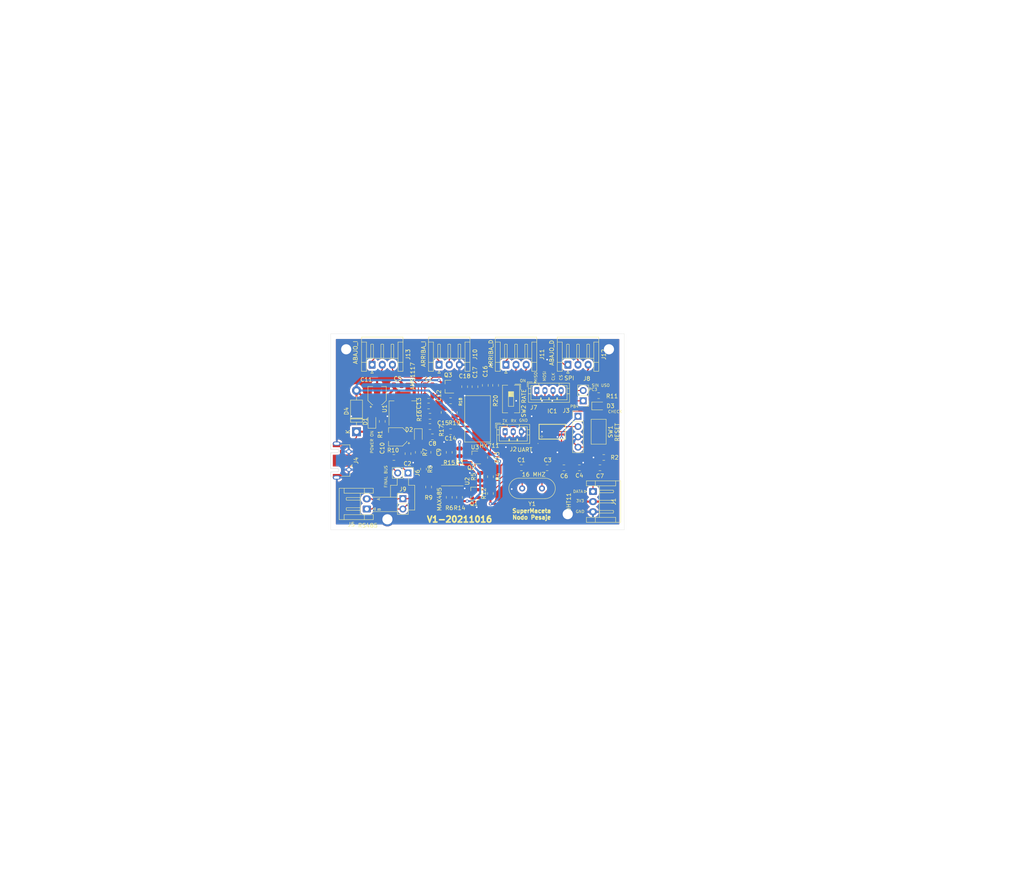
<source format=kicad_pcb>
(kicad_pcb (version 20171130) (host pcbnew "(5.1.5)-3")
  (title_block (title SuperMaceta) (rev V1))
  (layers (0 F.Cu signal) (31 B.Cu signal) (34 B.Paste user) (35 F.Paste user) (36 B.SilkS user) (37 F.SilkS user) (38 B.Mask user) (39 F.Mask user) (44 Edge.Cuts user))
  (net 0 "")
  (net 1 5VGND)
  (net 2 OSCIN)
  (net 3 5V)
  (net 4 OSCOUT)
  (net 5 3V3)
  (net 6 "Net-(C6-Pad2)")
  (net 7 NRST)
  (net 8 "Net-(D1-Pad1)")
  (net 9 "Net-(D2-Pad2)")
  (net 10 PA3)
  (net 11 RS485_DIR)
  (net 12 SPI_CS)
  (net 13 SPI_CLK)
  (net 14 MOSI)
  (net 15 MISO)
  (net 16 SWIM)
  (net 17 PD2)
  (net 18 PD3)
  (net 19 "Net-(J5-Pad1)")
  (net 20 "Net-(J5-Pad2)")
  (net 21 "Net-(J6-Pad2)")
  (net 22 "Net-(J6-Pad1)")
  (net 23 LED_CHECK)
  (net 24 "Net-(D3-Pad2)")
  (net 25 SIN_USO_2)
  (net 26 SIN_USO_1)
  (net 27 RX_H)
  (net 28 RX_L)
  (net 29 TX_L)
  (net 30 TX_H)
  (net 31 "Net-(J4-Pad4)")
  (net 32 "Net-(J4-Pad3)")
  (net 33 "Net-(J4-Pad2)")
  (net 34 "Net-(U3-Pad13)")
  (net 35 E+)
  (net 36 "Net-(C14-Pad1)")
  (net 37 "Net-(C14-Pad2)")
  (net 38 "Net-(C15-Pad2)")
  (net 39 "Net-(C16-Pad2)")
  (net 40 "Net-(L1-Pad2)")
  (net 41 "Net-(Q3-Pad1)")
  (net 42 A-)
  (net 43 A+)
  (net 44 "Net-(R18-Pad1)")
  (net 45 "Net-(R20-Pad1)")
  (net 46 B-)
  (net 47 B+)
  (net 48 "Net-(J10-Pad2)")
  (net 49 "Net-(J10-Pad1)")
  (net 50 "Net-(J11-Pad1)")
  (net 51 "Net-(J12-Pad2)")
  (module "" (layer F.Cu) (at -9.398 -7.62)
    (fp_text reference "" (at 161.798 95.631) (layer F.SilkS) (effects (font (size 1.27 1.27))))
    (fp_text value "" (at 161.798 95.631) (layer F.SilkS) (effects (font (size 1.27 1.27))))
    (fp_text user ON (at 126.619 82.677) (layer F.SilkS) (effects (font (size 0.7 0.7) (thickness 0.1))))
  )
  (module "" (layer F.Cu) (at -11.43 -2.921)
    (fp_text reference "" (at 161.798 95.631) (layer F.SilkS) (effects (font (size 1.27 1.27))))
    (fp_text value "" (at 161.798 95.631) (layer F.SilkS) (effects (font (size 1.27 1.27))))
    (fp_text user MISO (at 131.826 77.089 90) (layer F.SilkS) (effects (font (size 0.7 0.7) (thickness 0.1))))
  )
  (module "" (layer F.Cu) (at -7.493 -3.302)
    (fp_text reference "" (at 161.798 95.631) (layer F.SilkS) (effects (font (size 1.27 1.27))))
    (fp_text value "" (at 161.798 95.631) (layer F.SilkS) (effects (font (size 1.27 1.27))))
    (fp_text user MOSI (at 130.048 77.216 90) (layer F.SilkS) (effects (font (size 0.7 0.7) (thickness 0.1))))
  )
  (module "" (layer F.Cu) (at -11.176 3.302)
    (fp_text reference "" (at 161.798 95.631) (layer F.SilkS) (effects (font (size 1.27 1.27))))
    (fp_text value "" (at 161.798 95.631) (layer F.SilkS) (effects (font (size 1.27 1.27))))
    (fp_text user RX (at 126.111 81.661) (layer F.SilkS) (effects (font (size 0.7 0.7) (thickness 0.1))))
  )
  (module "" (layer F.Cu) (at -2.794 26.543)
    (fp_text reference "" (at 161.798 95.631) (layer F.SilkS) (effects (font (size 1.27 1.27))))
    (fp_text value "" (at 161.798 95.631) (layer F.SilkS) (effects (font (size 1.27 1.27))))
    (fp_text user GND (at 134.112 80.772) (layer F.SilkS) (effects (font (size 0.7 0.7) (thickness 0.1))))
  )
  (module "" (layer F.Cu) (at -10.795 20.955)
    (fp_text reference "" (at 161.798 95.631) (layer F.SilkS) (effects (font (size 1.27 1.27))))
    (fp_text value "" (at 161.798 95.631) (layer F.SilkS) (effects (font (size 1.27 1.27))))
    (fp_text user DATA (at 141.605 81.407) (layer F.SilkS) (effects (font (size 0.7 0.7) (thickness 0.1))))
  )
  (module "" (layer F.Cu) (at -6.477 18.923)
    (fp_text reference "" (at 161.798 95.631) (layer F.SilkS) (effects (font (size 1.27 1.27))))
    (fp_text value "" (at 161.798 95.631) (layer F.SilkS) (effects (font (size 1.27 1.27))))
    (fp_text user 3V3 (at 137.795 85.725) (layer F.SilkS) (effects (font (size 0.7 0.7) (thickness 0.1))))
  )
  (module "" (layer F.Cu) (at -8.128 12.7)
    (fp_text reference "" (at 161.798 95.631) (layer F.SilkS) (effects (font (size 1.27 1.27))))
    (fp_text value "" (at 161.798 95.631) (layer F.SilkS) (effects (font (size 1.27 1.27))))
    (fp_text user "FINAL BUS" (at 91.567 85.979 90) (layer F.SilkS) (effects (font (size 0.7 0.7) (thickness 0.1))))
  )
  (module "" (layer F.Cu) (at -5.461 -1.016)
    (fp_text reference "" (at 161.798 95.631) (layer F.SilkS) (effects (font (size 1.27 1.27))))
    (fp_text value "" (at 161.798 95.631) (layer F.SilkS) (effects (font (size 1.27 1.27))))
    (fp_text user CS (at 132.08 75.311 90) (layer F.SilkS) (effects (font (size 0.7 0.7) (thickness 0.1))))
  )
  (module "" (layer F.Cu) (at -3.81 -7.239)
    (fp_text reference "" (at 161.798 95.631) (layer F.SilkS) (effects (font (size 1.27 1.27))))
    (fp_text value "" (at 161.798 95.631) (layer F.SilkS) (effects (font (size 1.27 1.27))))
    (fp_text user CLK (at 128.524 81.28 90) (layer F.SilkS) (effects (font (size 0.7 0.7) (thickness 0.1))))
  )
  (module "" (layer F.Cu) (at 11.811 2.032)
    (fp_text reference "" (at 161.798 95.631) (layer F.SilkS) (effects (font (size 1.27 1.27))))
    (fp_text value "" (at 161.798 95.631) (layer F.SilkS) (effects (font (size 1.27 1.27))))
    (fp_text user "SIN USO" (at 124.587 74.168) (layer F.SilkS) (effects (font (size 0.7 0.7) (thickness 0.1))))
  )
  (module "" (layer F.Cu) (at 12.192 17.653)
    (fp_text reference "" (at 161.798 95.631) (layer F.SilkS) (effects (font (size 1.27 1.27))))
    (fp_text value "" (at 161.798 95.631) (layer F.SilkS) (effects (font (size 1.27 1.27))))
  )
  (module "" (layer F.Cu) (at -1.778 17.907)
    (fp_text reference "" (at 161.798 95.631) (layer F.SilkS) (effects (font (size 1.27 1.27))))
    (fp_text value "" (at 161.798 95.631) (layer F.SilkS) (effects (font (size 1.27 1.27))))
    (fp_text user A (at 83.439 86.36 90) (layer F.SilkS) (effects (font (size 0.7 0.7) (thickness 0.1))))
  )
  (module "" (layer F.Cu) (at 5.207 16.002)
    (fp_text reference "" (at 161.798 95.631) (layer F.SilkS) (effects (font (size 1.27 1.27))))
    (fp_text value "" (at 161.798 95.631) (layer F.SilkS) (effects (font (size 1.27 1.27))))
    (fp_text user B (at 76.581 90.805 90) (layer F.SilkS) (effects (font (size 0.7 0.7) (thickness 0.1))))
  )
  (module "" (layer F.Cu) (at -2.159 9.652)
    (fp_text reference "" (at 161.798 95.631) (layer F.SilkS) (effects (font (size 1.27 1.27))))
    (fp_text value "" (at 161.798 95.631) (layer F.SilkS) (effects (font (size 1.27 1.27))))
    (fp_text user PC3 (at 136.652 67.564) (layer F.SilkS) (effects (font (size 0.7 0.7) (thickness 0.1))))
  )
  (module "" (layer F.Cu) (at -5.08 6.985)
    (fp_text reference "" (at 161.798 95.631) (layer F.SilkS) (effects (font (size 1.27 1.27))))
    (fp_text value "" (at 161.798 95.631) (layer F.SilkS) (effects (font (size 1.27 1.27))))
    (fp_text user "POWER ON" (at 85.09 83.185 90) (layer F.SilkS) (effects (font (size 0.7 0.7) (thickness 0.1))))
  )
  (module "" (layer F.Cu) (at 2.159 -3.683)
    (fp_text reference "" (at 161.798 95.631) (layer F.SilkS) (effects (font (size 1.27 1.27))))
    (fp_text value "" (at 161.798 95.631) (layer F.SilkS) (effects (font (size 1.27 1.27))))
    (fp_text user GND (at 115.189 88.519) (layer F.SilkS) (effects (font (size 0.7 0.7) (thickness 0.1))))
  )
  (module "" (layer F.Cu) (at 2.54 5.334)
    (fp_text reference "" (at 161.798 95.631) (layer F.SilkS) (effects (font (size 1.27 1.27))))
    (fp_text value "" (at 161.798 95.631) (layer F.SilkS) (effects (font (size 1.27 1.27))))
    (fp_text user PB4 (at 127.381 76.073) (layer F.SilkS) (effects (font (size 0.7 0.7) (thickness 0.1))))
  )
  (module "" (layer F.Cu) (at 9.144 8.636)
    (fp_text reference "" (at 161.798 95.631) (layer F.SilkS) (effects (font (size 1.27 1.27))))
    (fp_text value "" (at 161.798 95.631) (layer F.SilkS) (effects (font (size 1.27 1.27))))
  )
  (module "" (layer F.Cu) (at 5.461 -0.254)
    (fp_text reference "" (at 161.798 95.631) (layer F.SilkS) (effects (font (size 1.27 1.27))))
    (fp_text value "" (at 161.798 95.631) (layer F.SilkS) (effects (font (size 1.27 1.27))))
    (fp_text user CHECK (at 134.493 82.931) (layer F.SilkS) (effects (font (size 0.7 0.7) (thickness 0.1))))
  )
  (module "" (layer F.Cu) (at 0.889 10.033)
    (fp_text reference "" (at 161.798 95.631) (layer F.SilkS) (effects (font (size 1.27 1.27))))
    (fp_text value "" (at 161.798 95.631) (layer F.SilkS) (effects (font (size 1.27 1.27))))
  )
  (module "" (layer F.Cu) (at 161.798 95.631)
    (fp_text reference "" (at 31.75 -18.542) (layer F.SilkS) (effects (font (size 1.27 1.27))))
    (fp_text value "" (at 31.75 -18.542) (layer F.SilkS) (effects (font (size 1.27 1.27))))
  )
  (module "" (layer F.Cu) (at 134.239 120.904)
    (fp_text reference "" (at 31.75 -18.542) (layer F.SilkS) (effects (font (size 1.27 1.27))))
    (fp_text value "" (at 31.75 -18.542) (layer F.SilkS) (effects (font (size 1.27 1.27))))
    (fp_text user DHT11 (at -5.715 -15.875 90) (layer F.SilkS))
  )
  (module "" (layer F.Cu) (at 139.319 118.999)
    (fp_text reference "" (at 31.75 -18.542) (layer F.SilkS) (effects (font (size 1.27 1.27))))
    (fp_text value "" (at 31.75 -18.542) (layer F.SilkS) (effects (font (size 1.27 1.27))))
    (fp_text user TX (at -26.543 -34.036) (layer F.SilkS) (effects (font (size 0.7 0.7) (thickness 0.1))))
  )
  (module "" (layer F.Cu) (at 129.286 127.254)
    (fp_text reference "" (at 31.75 -18.542) (layer F.SilkS) (effects (font (size 1.27 1.27))))
    (fp_text value "" (at 31.75 -18.542) (layer F.SilkS) (effects (font (size 1.27 1.27))))
    (fp_text user ABAJO_I (at -53.34 -59.182 90) (layer F.SilkS))
  )
  (module "" (layer F.Cu) (at 123.444 125.984)
    (fp_text reference "" (at 31.75 -18.542) (layer F.SilkS) (effects (font (size 1.27 1.27))))
    (fp_text value "" (at 31.75 -18.542) (layer F.SilkS) (effects (font (size 1.27 1.27))))
    (fp_text user ARRIBA_I (at -30.734 -57.531 90) (layer F.SilkS))
  )
  (module "" (layer F.Cu) (at 121.158 119.507)
    (fp_text reference "" (at 31.75 -18.542) (layer F.SilkS) (effects (font (size 1.27 1.27))))
    (fp_text value "" (at 31.75 -18.542) (layer F.SilkS) (effects (font (size 1.27 1.27))))
    (fp_text user RS485 (at -42.164 -8.763) (layer F.SilkS))
  )
  (module "" (layer F.Cu) (at 118.364 108.712)
    (fp_text reference "" (at 31.75 -18.542) (layer F.SilkS) (effects (font (size 1.27 1.27))))
    (fp_text value "" (at 31.75 -18.542) (layer F.SilkS) (effects (font (size 1.27 1.27))))
    (fp_text user HX711 (at -9.398 -17.653) (layer F.SilkS))
  )
  (module "" (layer F.Cu) (at 128.27 119.38)
    (fp_text reference "" (at 31.75 -18.542) (layer F.SilkS) (effects (font (size 1.27 1.27))))
    (fp_text value "" (at 31.75 -18.542) (layer F.SilkS) (effects (font (size 1.27 1.27))))
    (fp_text user ARRIBA_D (at -18.923 -50.927 90) (layer F.SilkS))
  )
  (module "" (layer F.Cu) (at 131.699 114.808)
    (fp_text reference "" (at 31.75 -18.542) (layer F.SilkS) (effects (font (size 1.27 1.27))))
    (fp_text value "" (at 31.75 -18.542) (layer F.SilkS) (effects (font (size 1.27 1.27))))
    (fp_text user ABAJO_D (at -7.366 -46.609 90) (layer F.SilkS))
  )
  (module "" (layer F.Cu) (at 125.603 115.062)
    (fp_text reference "" (at 31.75 -18.542) (layer F.SilkS) (effects (font (size 1.27 1.27))))
    (fp_text value "" (at 31.75 -18.542) (layer F.SilkS) (effects (font (size 1.27 1.27))))
    (fp_text user MAX485 (at -28.956 -10.795 90) (layer F.SilkS))
  )
  (module "" (layer F.Cu) (at 117.983 108.839)
    (fp_text reference "" (at 31.75 -18.542) (layer F.SilkS) (effects (font (size 1.27 1.27))))
    (fp_text value "" (at 31.75 -18.542) (layer F.SilkS) (effects (font (size 1.27 1.27))))
    (fp_text user AMS1117 (at -27.94 -34.925 90) (layer F.SilkS))
  )
  (module "" (layer F.Cu) (at 125.476 106.045)
    (fp_text reference "" (at 31.75 -18.542) (layer F.SilkS) (effects (font (size 1.27 1.27))))
    (fp_text value "" (at 31.75 -18.542) (layer F.SilkS) (effects (font (size 1.27 1.27))))
    (fp_text user UART (at -7.747 -13.97) (layer F.SilkS))
  )
  (module "" (layer F.Cu) (at 130.048 100.965)
    (fp_text reference "" (at 31.75 -18.542) (layer F.SilkS) (effects (font (size 1.27 1.27))))
    (fp_text value "" (at 31.75 -18.542) (layer F.SilkS) (effects (font (size 1.27 1.27))))
    (fp_text user RATE (at -12.573 -22.098 90) (layer F.SilkS))
  )
  (module "" (layer F.Cu) (at 128.905 93.726)
    (fp_text reference "" (at 31.75 -18.542) (layer F.SilkS) (effects (font (size 1.27 1.27))))
    (fp_text value "" (at 31.75 -18.542) (layer F.SilkS) (effects (font (size 1.27 1.27))))
    (fp_text user SPI (at -0.254 -19.304) (layer F.SilkS))
  )
  (module "" (layer F.Cu) (at 31.75 -18.542)
    (fp_text reference "" (at 120.015 97.917) (layer F.SilkS) (effects (font (size 1.27 1.27))))
    (fp_text value "" (at 120.015 97.917) (layer F.SilkS) (effects (font (size 1.27 1.27))))
    (fp_text user RESET (at 108.712 106.299 90) (layer F.SilkS))
  )
  (module "" (layer F.Cu) (at 120.523 98.425)
    (fp_text reference "" (at 120.015 97.917) (layer F.SilkS) (effects (font (size 1.27 1.27))))
    (fp_text value "" (at 120.015 97.917) (layer F.SilkS) (effects (font (size 1.27 1.27))))
  )
  (module "" (layer F.Cu) (at 120.015 97.917)
    (fp_text reference "" (at 88.9 97.79) (layer F.SilkS) (effects (font (size 1.27 1.27))))
    (fp_text value "" (at 88.9 97.79) (layer F.SilkS) (effects (font (size 1.27 1.27))))
    (fp_text user "16 MHZ" (at -0.127 0.254 -180) (layer F.SilkS))
  )
  (module Connector_PinHeader_2.54mm:PinHeader_1x02_P2.54mm_Vertical (layer F.Cu) (at 88.9 97.79 270)
    (fp_text reference J6 (at 0 -2.33 90) (layer F.SilkS))
    (fp_text value FINAL_BUS_2)
    (pad 1 thru_hole rect (at 0 0 270) (size 1.7 1.7) (drill 1) (layers *.Cu *.Mask) (net 22 "Net-(J6-Pad1)"))
    (pad 2 thru_hole oval (at 0 2.54 270) (size 1.7 1.7) (drill 1) (layers *.Cu *.Mask) (net 21 "Net-(J6-Pad2)"))
  )
  (module Connector_JST:JST_EH_S2B-EH_1x02_P2.50mm_Horizontal (layer F.Cu) (at 78.74 106.68 90)
    (fp_text reference J5 (at -3.81 -3.81) (layer F.SilkS))
    (fp_text value RS485)
    (pad 1 thru_hole roundrect (at 0 0 90) (size 1.7 2) (drill 1) (layers *.Cu *.Mask) (roundrect_rratio 0.147059) (net 19 "Net-(J5-Pad1)"))
    (pad 2 thru_hole oval (at 2.5 0 90) (size 1.7 2) (drill 1) (layers *.Cu *.Mask) (net 20 "Net-(J5-Pad2)"))
  )
  (module Connector_JST:JST_EH_S3B-EH_1x03_P2.50mm_Horizontal (layer F.Cu) (at 80.05 71.12)
    (fp_text reference J13 (at 8.85 -2.54 90) (layer F.SilkS))
    (fp_text value ABAJO_I)
    (pad 1 thru_hole roundrect (at 0 0) (size 1.7 1.95) (drill 0.95) (layers *.Cu *.Mask) (roundrect_rratio 0.147059) (net 49 "Net-(J10-Pad1)"))
    (pad 2 thru_hole oval (at 2.5 0) (size 1.7 1.95) (drill 0.95) (layers *.Cu *.Mask) (net 51 "Net-(J12-Pad2)"))
    (pad 3 thru_hole oval (at 5 0) (size 1.7 1.95) (drill 0.95) (layers *.Cu *.Mask) (net 43 A+))
  )
  (module Resistor_SMD:R_0805_2012Metric (layer F.Cu) (at 110.49 76.2 90)
    (fp_text reference R20 (at -3.81 0 90) (layer F.SilkS))
    (fp_text value 20K)
    (pad 1 smd roundrect (at -0.9375 0 90) (size 0.975 1.4) (layers F.Cu F.Paste F.Mask) (net 45 "Net-(R20-Pad1)"))
    (pad 2 smd roundrect (at 0.9375 0 90) (size 0.975 1.4) (layers F.Cu F.Paste F.Mask) (net 5 3V3))
  )
  (module library:HX711_SOP16L (layer F.Cu) (at 104.14 80.01 270)
    (fp_text reference U3 (at 11.43 -1.27) (layer F.SilkS))
    (fp_text value HX711)
    (pad 1 smd rect (at 0 0 270) (size 0.45 1) (drill (offset 0 0.5)) (layers F.Cu F.Paste F.Mask) (net 5 3V3))
    (pad 2 smd rect (at 1.27 0 270) (size 0.45 1) (drill (offset 0 0.5)) (layers F.Cu F.Paste F.Mask) (net 41 "Net-(Q3-Pad1)"))
    (pad 3 smd rect (at 2.54 0 270) (size 0.45 1) (drill (offset 0 0.5)) (layers F.Cu F.Paste F.Mask) (net 40 "Net-(L1-Pad2)"))
    (pad 4 smd rect (at 3.81 0 270) (size 0.45 1) (drill (offset 0 0.5)) (layers F.Cu F.Paste F.Mask) (net 44 "Net-(R18-Pad1)"))
    (pad 5 smd rect (at 5.08 0 270) (size 0.45 1) (drill (offset 0 0.5)) (layers F.Cu F.Paste F.Mask) (net 1 5VGND))
    (pad 6 smd rect (at 6.35 0 270) (size 0.45 1) (drill (offset 0 0.5)) (layers F.Cu F.Paste F.Mask) (net 38 "Net-(C15-Pad2)"))
    (pad 7 smd rect (at 7.62 0 270) (size 0.45 1) (drill (offset 0 0.5)) (layers F.Cu F.Paste F.Mask) (net 36 "Net-(C14-Pad1)"))
    (pad 8 smd rect (at 8.89 0 270) (size 0.45 1) (drill (offset 0 0.5)) (layers F.Cu F.Paste F.Mask) (net 37 "Net-(C14-Pad2)"))
    (pad 9 smd rect (at 8.89 -3.81 270) (size 0.45 1) (drill (offset 0 -0.5)) (layers F.Cu F.Paste F.Mask) (net 46 B-))
    (pad 10 smd rect (at 7.62 -3.81 270) (size 0.45 1) (drill (offset 0 -0.5)) (layers F.Cu F.Paste F.Mask) (net 47 B+))
    (pad 11 smd rect (at 6.35 -3.81 270) (size 0.45 1) (drill (offset 0 -0.5)) (layers F.Cu F.Paste F.Mask) (net 18 PD3))
    (pad 12 smd rect (at 5.08 -3.81 270) (size 0.45 1) (drill (offset 0 -0.5)) (layers F.Cu F.Paste F.Mask) (net 17 PD2))
    (pad 13 smd rect (at 3.81 -3.81 270) (size 0.45 1) (drill (offset 0 -0.5)) (layers F.Cu F.Paste F.Mask) (net 34 "Net-(U3-Pad13)"))
    (pad 14 smd rect (at 2.54 -3.81 270) (size 0.45 1) (drill (offset 0 -0.5)) (layers F.Cu F.Paste F.Mask) (net 1 5VGND))
    (pad 15 smd rect (at 1.27 -3.81 270) (size 0.45 1) (drill (offset 0 -0.5)) (layers F.Cu F.Paste F.Mask) (net 45 "Net-(R20-Pad1)"))
    (pad 16 smd rect (at 0 -3.81 270) (size 0.45 1) (drill (offset 0 -0.5)) (layers F.Cu F.Paste F.Mask) (net 5 3V3))
  )
  (module Button_Switch_SMD:SW_DIP_SPSTx01_Slide_6.7x4.1mm_W6.73mm_P2.54mm_LowProfile_JPin (layer F.Cu) (at 114.3 79.565 270)
    (fp_text reference SW2 (at 2.985 -3.11 90) (layer F.SilkS))
    (fp_text value SW_DPST_x2)
    (pad 1 smd rect (at -3.365 0 270) (size 2.16 1.12) (layers F.Cu F.Paste F.Mask) (net 45 "Net-(R20-Pad1)"))
    (pad 2 smd rect (at 3.365 0 270) (size 2.16 1.12) (layers F.Cu F.Paste F.Mask) (net 1 5VGND))
  )
  (module Capacitor_SMD:C_0805_2012Metric (layer F.Cu) (at 93.98 78.74)
    (fp_text reference C12 (at 2.54 0 90) (layer F.SilkS))
    (fp_text value 0.1uF)
    (pad 2 smd roundrect (at 0.9375 0) (size 0.975 1.4) (layers F.Cu F.Paste F.Mask) (net 1 5VGND))
    (pad 1 smd roundrect (at -0.9375 0) (size 0.975 1.4) (layers F.Cu F.Paste F.Mask) (net 35 E+))
  )
  (module Capacitor_SMD:C_0805_2012Metric (layer F.Cu) (at 93.98 81.28)
    (fp_text reference C13 (at -2.413 -0.635 90) (layer F.SilkS))
    (fp_text value 10uF)
    (pad 1 smd roundrect (at -0.9375 0) (size 0.975 1.4) (layers F.Cu F.Paste F.Mask) (net 35 E+))
    (pad 2 smd roundrect (at 0.9375 0) (size 0.975 1.4) (layers F.Cu F.Paste F.Mask) (net 1 5VGND))
  )
  (module Inductor_SMD:L_0805_2012Metric (layer F.Cu) (at 93.98 76.2)
    (fp_text reference L1 (at 0 -1.65) (layer F.SilkS))
    (fp_text value 3.3uH)
    (pad 1 smd roundrect (at -0.9375 0) (size 0.975 1.4) (layers F.Cu F.Paste F.Mask) (net 35 E+))
    (pad 2 smd roundrect (at 0.9375 0) (size 0.975 1.4) (layers F.Cu F.Paste F.Mask) (net 40 "Net-(L1-Pad2)"))
  )
  (module Connector_PinHeader_2.54mm:PinHeader_1x02_P2.54mm_Vertical (layer F.Cu) (at 87.63 104.14)
    (fp_text reference J9 (at 0 -2.33) (layer F.SilkS))
    (fp_text value FINAL_BUS_1)
    (pad 2 thru_hole oval (at 0 2.54) (size 1.7 1.7) (drill 1) (layers *.Cu *.Mask) (net 19 "Net-(J5-Pad1)"))
    (pad 1 thru_hole rect (at 0 0) (size 1.7 1.7) (drill 1) (layers *.Cu *.Mask) (net 20 "Net-(J5-Pad2)"))
  )
  (module Package_SO:SOIC-8-1EP_3.9x4.9mm_P1.27mm_EP2.29x3mm (layer F.Cu) (at 99.06 98.425 180)
    (fp_text reference U2 (at -4.445 -1.397 90) (layer F.SilkS))
    (fp_text value MAX485E)
    (pad 9 smd roundrect (at 0 0 180) (size 2.29 3) (layers F.Cu F.Mask) (roundrect_rratio 0.10917))
    (pad 1 smd roundrect (at -2.475 -1.905 180) (size 1.95 0.6) (layers F.Cu F.Paste F.Mask) (net 27 RX_H))
    (pad 2 smd roundrect (at -2.475 -0.635 180) (size 1.95 0.6) (layers F.Cu F.Paste F.Mask) (net 11 RS485_DIR))
    (pad 3 smd roundrect (at -2.475 0.635 180) (size 1.95 0.6) (layers F.Cu F.Paste F.Mask) (net 11 RS485_DIR))
    (pad 4 smd roundrect (at -2.475 1.905 180) (size 1.95 0.6) (layers F.Cu F.Paste F.Mask) (net 30 TX_H))
    (pad 5 smd roundrect (at 2.475 1.905 180) (size 1.95 0.6) (layers F.Cu F.Paste F.Mask) (net 1 5VGND))
    (pad 6 smd roundrect (at 2.475 0.635 180) (size 1.95 0.6) (layers F.Cu F.Paste F.Mask) (net 20 "Net-(J5-Pad2)"))
    (pad 7 smd roundrect (at 2.475 -0.635 180) (size 1.95 0.6) (layers F.Cu F.Paste F.Mask) (net 19 "Net-(J5-Pad1)"))
    (pad 8 smd roundrect (at 2.475 -1.905 180) (size 1.95 0.6) (layers F.Cu F.Paste F.Mask) (net 3 5V))
  )
  (module Capacitor_SMD:C_0805_2012Metric (layer F.Cu) (at 127.3325 96.52 180)
    (fp_text reference C6 (at -0.0485 -2.032) (layer F.SilkS))
    (fp_text value 1uF)
    (pad 1 smd roundrect (at -0.9375 0 180) (size 0.975 1.4) (layers F.Cu F.Paste F.Mask) (net 5 3V3))
    (pad 2 smd roundrect (at 0.9375 0 180) (size 0.975 1.4) (layers F.Cu F.Paste F.Mask) (net 6 "Net-(C6-Pad2)"))
  )
  (module Resistor_SMD:R_0805_2012Metric (layer F.Cu) (at 92.71 96.8525 270)
    (fp_text reference R8 (at 0 -1.65 90) (layer F.SilkS))
    (fp_text value 20K)
    (pad 1 smd roundrect (at -0.9375 0 270) (size 0.975 1.4) (layers F.Cu F.Paste F.Mask) (net 3 5V))
    (pad 2 smd roundrect (at 0.9375 0 270) (size 0.975 1.4) (layers F.Cu F.Paste F.Mask) (net 20 "Net-(J5-Pad2)"))
  )
  (module Resistor_SMD:R_0805_2012Metric (layer F.Cu) (at 106.68 98.7275 90)
    (fp_text reference R5 (at 0 -1.65 90) (layer F.SilkS))
    (fp_text value 10K)
    (pad 1 smd roundrect (at -0.9375 0 90) (size 0.975 1.4) (layers F.Cu F.Paste F.Mask) (net 11 RS485_DIR))
    (pad 2 smd roundrect (at 0.9375 0 90) (size 0.975 1.4) (layers F.Cu F.Paste F.Mask) (net 3 5V))
  )
  (module Resistor_SMD:R_0805_2012Metric (layer F.Cu) (at 99.06 103.8075 270)
    (fp_text reference R6 (at 2.6185 0) (layer F.SilkS))
    (fp_text value 10K)
    (pad 2 smd roundrect (at 0.9375 0 270) (size 0.975 1.4) (layers F.Cu F.Paste F.Mask) (net 3 5V))
    (pad 1 smd roundrect (at -0.9375 0 270) (size 0.975 1.4) (layers F.Cu F.Paste F.Mask) (net 27 RX_H))
  )
  (module Resistor_SMD:R_0805_2012Metric (layer F.Cu) (at 109.22 98.7275 90)
    (fp_text reference R4 (at 0 1.905 90) (layer F.SilkS))
    (fp_text value 10K)
    (pad 1 smd roundrect (at -0.9375 0 90) (size 0.975 1.4) (layers F.Cu F.Paste F.Mask) (net 11 RS485_DIR))
    (pad 2 smd roundrect (at 0.9375 0 90) (size 0.975 1.4) (layers F.Cu F.Paste F.Mask) (net 3 5V))
  )
  (module Capacitor_SMD:C_0805_2012Metric (layer F.Cu) (at 95.25 92.71 90)
    (fp_text reference C9 (at 0 1.27 90) (layer F.SilkS))
    (fp_text value 0.1uF)
    (pad 1 smd roundrect (at -0.9375 0 90) (size 0.975 1.4) (layers F.Cu F.Paste F.Mask) (net 3 5V))
    (pad 2 smd roundrect (at 0.9375 0 90) (size 0.975 1.4) (layers F.Cu F.Paste F.Mask) (net 1 5VGND))
  )
  (module Resistor_SMD:R_0805_2012Metric (layer F.Cu) (at 101.6 92.71 90)
    (fp_text reference R3 (at -2.54 0) (layer F.SilkS))
    (fp_text value 10K)
    (pad 2 smd roundrect (at 0.9375 0 90) (size 0.975 1.4) (layers F.Cu F.Paste F.Mask) (net 3 5V))
    (pad 1 smd roundrect (at -0.9375 0 90) (size 0.975 1.4) (layers F.Cu F.Paste F.Mask) (net 30 TX_H))
  )
  (module Capacitor_SMD:C_0805_2012Metric (layer F.Cu) (at 86.36 76.2)
    (fp_text reference C5 (at 0 -1.65) (layer F.SilkS))
    (fp_text value 100uF)
    (pad 2 smd roundrect (at 0.9375 0) (size 0.975 1.4) (layers F.Cu F.Paste F.Mask) (net 1 5VGND))
    (pad 1 smd roundrect (at -0.9375 0) (size 0.975 1.4) (layers F.Cu F.Paste F.Mask) (net 5 3V3))
  )
  (module LED_SMD:LED_0805_2012Metric (layer F.Cu) (at 80.01 85.09 90)
    (fp_text reference D1 (at 0 -1.65 90) (layer F.SilkS))
    (fp_text value GREEN)
    (pad 1 smd roundrect (at -0.9375 0 90) (size 0.975 1.4) (layers F.Cu F.Paste F.Mask) (net 8 "Net-(D1-Pad1)"))
    (pad 2 smd roundrect (at 0.9375 0 90) (size 0.975 1.4) (layers F.Cu F.Paste F.Mask) (net 5 3V3))
  )
  (module Resistor_SMD:R_0805_2012Metric (layer F.Cu) (at 82.55 85.09 90)
    (fp_text reference R1 (at -3.175 -0.508 90) (layer F.SilkS))
    (fp_text value 100)
    (pad 1 smd roundrect (at -0.9375 0 90) (size 0.975 1.4) (layers F.Cu F.Paste F.Mask) (net 8 "Net-(D1-Pad1)"))
    (pad 2 smd roundrect (at 0.9375 0 90) (size 0.975 1.4) (layers F.Cu F.Paste F.Mask) (net 1 5VGND))
  )
  (module Package_TO_SOT_SMD:SOT-223-3_TabPin2 (layer F.Cu) (at 87.63 81.94 90)
    (fp_text reference U1 (at 0 -4.5 90) (layer F.SilkS))
    (fp_text value AMS1117)
    (pad 2 smd rect (at 3.15 0 90) (size 2 3.8) (layers F.Cu F.Paste F.Mask) (net 5 3V3))
    (pad 2 smd rect (at -3.15 0 90) (size 2 1.5) (layers F.Cu F.Paste F.Mask) (net 5 3V3))
    (pad 3 smd rect (at -3.15 2.3 90) (size 2 1.5) (layers F.Cu F.Paste F.Mask) (net 3 5V))
    (pad 1 smd rect (at -3.15 -2.3 90) (size 2 1.5) (layers F.Cu F.Paste F.Mask) (net 1 5VGND))
  )
  (module Capacitor_SMD:C_0805_2012Metric (layer F.Cu) (at 88.9 93.0425 270)
    (fp_text reference C2 (at 2.4615 0.127) (layer F.SilkS))
    (fp_text value 100nF)
    (pad 1 smd roundrect (at -0.9375 0 270) (size 0.975 1.4) (layers F.Cu F.Paste F.Mask) (net 3 5V))
    (pad 2 smd roundrect (at 0.9375 0 270) (size 0.975 1.4) (layers F.Cu F.Paste F.Mask) (net 1 5VGND))
  )
  (module Capacitor_SMD:C_0805_2012Metric (layer F.Cu) (at 116.84 96.52 180)
    (fp_text reference C1 (at 0 1.905) (layer F.SilkS))
    (fp_text value 22pF)
    (pad 2 smd roundrect (at 0.9375 0 180) (size 0.975 1.4) (layers F.Cu F.Paste F.Mask) (net 1 5VGND))
    (pad 1 smd roundrect (at -0.9375 0 180) (size 0.975 1.4) (layers F.Cu F.Paste F.Mask) (net 2 OSCIN))
  )
  (module Capacitor_SMD:C_0805_2012Metric (layer F.Cu) (at 123.19 96.52)
    (fp_text reference C3 (at 0.127 -1.905) (layer F.SilkS))
    (fp_text value 22pF)
    (pad 1 smd roundrect (at -0.9375 0) (size 0.975 1.4) (layers F.Cu F.Paste F.Mask) (net 4 OSCOUT))
    (pad 2 smd roundrect (at 0.9375 0) (size 0.975 1.4) (layers F.Cu F.Paste F.Mask) (net 1 5VGND))
  )
  (module Capacitor_SMD:C_0805_2012Metric (layer F.Cu) (at 131.1425 96.52)
    (fp_text reference C4 (at 0 1.905) (layer F.SilkS))
    (fp_text value 100nF)
    (pad 1 smd roundrect (at -0.9375 0) (size 0.975 1.4) (layers F.Cu F.Paste F.Mask) (net 5 3V3))
    (pad 2 smd roundrect (at 0.9375 0) (size 0.975 1.4) (layers F.Cu F.Paste F.Mask) (net 1 5VGND))
  )
  (module Capacitor_SMD:C_0805_2012Metric (layer F.Cu) (at 136.2225 96.52)
    (fp_text reference C7 (at 0 2.032) (layer F.SilkS))
    (fp_text value 100nF)
    (pad 2 smd roundrect (at 0.9375 0) (size 0.975 1.4) (layers F.Cu F.Paste F.Mask) (net 7 NRST))
    (pad 1 smd roundrect (at -0.9375 0) (size 0.975 1.4) (layers F.Cu F.Paste F.Mask) (net 1 5VGND))
  )
  (module Capacitor_SMD:C_0805_2012Metric (layer F.Cu) (at 94.9175 88.9 180)
    (fp_text reference C8 (at 0 -1.65) (layer F.SilkS))
    (fp_text value 10uF)
    (pad 2 smd roundrect (at 0.9375 0 180) (size 0.975 1.4) (layers F.Cu F.Paste F.Mask) (net 1 5VGND))
    (pad 1 smd roundrect (at -0.9375 0 180) (size 0.975 1.4) (layers F.Cu F.Paste F.Mask) (net 3 5V))
  )
  (module LED_SMD:LED_0805_2012Metric (layer F.Cu) (at 91.44 88.5675 270)
    (fp_text reference D2 (at -1.4455 2.286) (layer F.SilkS))
    (fp_text value RED)
    (pad 2 smd roundrect (at 0.9375 0 270) (size 0.975 1.4) (layers F.Cu F.Paste F.Mask) (net 9 "Net-(D2-Pad2)"))
    (pad 1 smd roundrect (at -0.9375 0 270) (size 0.975 1.4) (layers F.Cu F.Paste F.Mask) (net 1 5VGND))
  )
  (module STM8S103F3P6:SOP65P640X120-20N (layer F.Cu) (at 124.46 87.63 90)
    (fp_text reference IC1 (at 5.08 0) (layer F.SilkS) (effects (font (size 1.002433 1.002433))))
    (fp_text value STM8S103F3P3)
    (pad 1 smd rect (at -2.9 -2.925 90) (size 1.5 0.45) (layers F.Cu F.Paste F.Mask) (net 11 RS485_DIR))
    (pad 2 smd rect (at -2.9 -2.275 90) (size 1.5 0.45) (layers F.Cu F.Paste F.Mask) (net 29 TX_L))
    (pad 3 smd rect (at -2.9 -1.625 90) (size 1.5 0.45) (layers F.Cu F.Paste F.Mask) (net 28 RX_L))
    (pad 4 smd rect (at -2.9 -0.975 90) (size 1.5 0.45) (layers F.Cu F.Paste F.Mask) (net 7 NRST))
    (pad 5 smd rect (at -2.9 -0.325 90) (size 1.5 0.45) (layers F.Cu F.Paste F.Mask) (net 2 OSCIN))
    (pad 6 smd rect (at -2.9 0.325 90) (size 1.5 0.45) (layers F.Cu F.Paste F.Mask) (net 4 OSCOUT))
    (pad 7 smd rect (at -2.9 0.975 90) (size 1.5 0.45) (layers F.Cu F.Paste F.Mask) (net 1 5VGND))
    (pad 8 smd rect (at -2.9 1.625 90) (size 1.5 0.45) (layers F.Cu F.Paste F.Mask) (net 6 "Net-(C6-Pad2)"))
    (pad 9 smd rect (at -2.9 2.275 90) (size 1.5 0.45) (layers F.Cu F.Paste F.Mask) (net 5 3V3))
    (pad 10 smd rect (at -2.9 2.925 90) (size 1.5 0.45) (layers F.Cu F.Paste F.Mask) (net 10 PA3))
    (pad 11 smd rect (at 2.9 2.925 90) (size 1.5 0.45) (layers F.Cu F.Paste F.Mask) (net 23 LED_CHECK))
    (pad 12 smd rect (at 2.9 2.275 90) (size 1.5 0.45) (layers F.Cu F.Paste F.Mask) (net 25 SIN_USO_2))
    (pad 13 smd rect (at 2.9 1.625 90) (size 1.5 0.45) (layers F.Cu F.Paste F.Mask) (net 26 SIN_USO_1))
    (pad 14 smd rect (at 2.9 0.975 90) (size 1.5 0.45) (layers F.Cu F.Paste F.Mask) (net 12 SPI_CS))
    (pad 15 smd rect (at 2.9 0.325 90) (size 1.5 0.45) (layers F.Cu F.Paste F.Mask) (net 13 SPI_CLK))
    (pad 16 smd rect (at 2.9 -0.325 90) (size 1.5 0.45) (layers F.Cu F.Paste F.Mask) (net 14 MOSI))
    (pad 17 smd rect (at 2.9 -0.975 90) (size 1.5 0.45) (layers F.Cu F.Paste F.Mask) (net 15 MISO))
    (pad 18 smd rect (at 2.9 -1.625 90) (size 1.5 0.45) (layers F.Cu F.Paste F.Mask) (net 16 SWIM))
    (pad 19 smd rect (at 2.9 -2.275 90) (size 1.5 0.45) (layers F.Cu F.Paste F.Mask) (net 17 PD2))
    (pad 20 smd rect (at 2.9 -2.925 90) (size 1.5 0.45) (layers F.Cu F.Paste F.Mask) (net 18 PD3))
  )
  (module Resistor_SMD:R_0805_2012Metric (layer F.Cu) (at 137.16 93.98 180)
    (fp_text reference R2 (at -2.667 0) (layer F.SilkS))
    (fp_text value 10K)
    (pad 2 smd roundrect (at 0.9375 0 180) (size 0.975 1.4) (layers F.Cu F.Paste F.Mask) (net 7 NRST))
    (pad 1 smd roundrect (at -0.9375 0 180) (size 0.975 1.4) (layers F.Cu F.Paste F.Mask) (net 5 3V3))
  )
  (module Resistor_SMD:R_0805_2012Metric (layer F.Cu) (at 91.44 92.71 270)
    (fp_text reference R7 (at 0 -1.65 90) (layer F.SilkS))
    (fp_text value 220)
    (pad 1 smd roundrect (at -0.9375 0 270) (size 0.975 1.4) (layers F.Cu F.Paste F.Mask) (net 9 "Net-(D2-Pad2)"))
    (pad 2 smd roundrect (at 0.9375 0 270) (size 0.975 1.4) (layers F.Cu F.Paste F.Mask) (net 3 5V))
  )
  (module Resistor_SMD:R_0805_2012Metric (layer F.Cu) (at 93.98 101.2675 270)
    (fp_text reference R9 (at 2.6185 0) (layer F.SilkS))
    (fp_text value 20K)
    (pad 2 smd roundrect (at 0.9375 0 270) (size 0.975 1.4) (layers F.Cu F.Paste F.Mask) (net 1 5VGND))
    (pad 1 smd roundrect (at -0.9375 0 270) (size 0.975 1.4) (layers F.Cu F.Paste F.Mask) (net 19 "Net-(J5-Pad1)"))
  )
  (module Resistor_SMD:R_0805_2012Metric (layer F.Cu) (at 85.4225 93.98 180)
    (fp_text reference R10 (at 0.2055 1.778) (layer F.SilkS))
    (fp_text value 120)
    (pad 2 smd roundrect (at 0.9375 0 180) (size 0.975 1.4) (layers F.Cu F.Paste F.Mask) (net 21 "Net-(J6-Pad2)"))
    (pad 1 smd roundrect (at -0.9375 0 180) (size 0.975 1.4) (layers F.Cu F.Paste F.Mask) (net 22 "Net-(J6-Pad1)"))
  )
  (module Crystal:Crystal_HC49-4H_Vertical (layer F.Cu) (at 117.04 101.6)
    (fp_text reference Y1 (at 2.44 3.81) (layer F.SilkS))
    (fp_text value Crystal)
    (pad 1 thru_hole circle (at 0 0) (size 1.5 1.5) (drill 0.8) (layers *.Cu *.Mask) (net 2 OSCIN))
    (pad 2 thru_hole circle (at 4.88 0) (size 1.5 1.5) (drill 0.8) (layers *.Cu *.Mask) (net 4 OSCOUT))
  )
  (module Connector_PinHeader_2.54mm:PinHeader_1x04_P2.54mm_Vertical (layer F.Cu) (at 130.81 83.82)
    (fp_text reference J3 (at -2.921 -1.397) (layer F.SilkS))
    (fp_text value SWIM)
    (pad 1 thru_hole rect (at 0 0) (size 1.7 1.7) (drill 1) (layers *.Cu *.Mask) (net 5 3V3))
    (pad 2 thru_hole oval (at 0 2.54) (size 1.7 1.7) (drill 1) (layers *.Cu *.Mask) (net 16 SWIM))
    (pad 3 thru_hole oval (at 0 5.08) (size 1.7 1.7) (drill 1) (layers *.Cu *.Mask) (net 1 5VGND))
    (pad 4 thru_hole oval (at 0 7.62) (size 1.7 1.7) (drill 1) (layers *.Cu *.Mask) (net 7 NRST))
  )
  (module Button_Switch_SMD:SW_SPST_CK_RS282G05A3 (layer F.Cu) (at 135.89 87.63 270)
    (fp_text reference SW1 (at 0 -2.921 90) (layer F.SilkS))
    (fp_text value RESET)
    (pad 1 smd rect (at -3.9 0 270) (size 1.5 1.5) (layers F.Cu F.Paste F.Mask) (net 1 5VGND))
    (pad 2 smd rect (at 3.9 0 270) (size 1.5 1.5) (layers F.Cu F.Paste F.Mask) (net 7 NRST))
  )
  (module Connector_JST:JST_PH_B3B-PH-K_1x03_P2.00mm_Vertical (layer F.Cu) (at 112.84 87.63)
    (fp_text reference J2 (at 2 4.318) (layer F.SilkS))
    (fp_text value UART)
    (pad 3 thru_hole oval (at 4 0) (size 1.2 1.75) (drill 0.75) (layers *.Cu *.Mask) (net 1 5VGND))
    (pad 2 thru_hole oval (at 2 0) (size 1.2 1.75) (drill 0.75) (layers *.Cu *.Mask) (net 28 RX_L))
    (pad 1 thru_hole roundrect (at 0 0) (size 1.2 1.75) (drill 0.75) (layers *.Cu *.Mask) (roundrect_rratio 0.208333) (net 29 TX_L))
  )
  (module Connector_JST:JST_PH_B4B-PH-K_1x04_P2.00mm_Vertical (layer F.Cu) (at 120.65 77.47)
    (fp_text reference J7 (at -0.762 4.191) (layer F.SilkS))
    (fp_text value SPI)
    (pad 1 thru_hole roundrect (at 0 0) (size 1.2 1.75) (drill 0.75) (layers *.Cu *.Mask) (roundrect_rratio 0.208333) (net 15 MISO))
    (pad 2 thru_hole oval (at 2 0) (size 1.2 1.75) (drill 0.75) (layers *.Cu *.Mask) (net 14 MOSI))
    (pad 3 thru_hole oval (at 4 0) (size 1.2 1.75) (drill 0.75) (layers *.Cu *.Mask) (net 13 SPI_CLK))
    (pad 4 thru_hole oval (at 6 0) (size 1.2 1.75) (drill 0.75) (layers *.Cu *.Mask) (net 12 SPI_CS))
  )
  (module LED_SMD:LED_0805_2012Metric (layer F.Cu) (at 135.89 81.28)
    (fp_text reference D3 (at 2.921 0) (layer F.SilkS))
    (fp_text value BLUE)
    (pad 1 smd roundrect (at -0.9375 0) (size 0.975 1.4) (layers F.Cu F.Paste F.Mask) (net 23 LED_CHECK))
    (pad 2 smd roundrect (at 0.9375 0) (size 0.975 1.4) (layers F.Cu F.Paste F.Mask) (net 24 "Net-(D3-Pad2)"))
  )
  (module Resistor_SMD:R_0805_2012Metric (layer F.Cu) (at 135.89 78.74 180)
    (fp_text reference R11 (at -3.302 -0.127) (layer F.SilkS))
    (fp_text value 100)
    (pad 1 smd roundrect (at -0.9375 0 180) (size 0.975 1.4) (layers F.Cu F.Paste F.Mask) (net 24 "Net-(D3-Pad2)"))
    (pad 2 smd roundrect (at 0.9375 0 180) (size 0.975 1.4) (layers F.Cu F.Paste F.Mask) (net 5 3V3))
  )
  (module Connector_PinHeader_2.54mm:PinHeader_1x02_P2.54mm_Vertical (layer F.Cu) (at 132.08 80.01 180)
    (fp_text reference J8 (at -0.889 5.461) (layer F.SilkS))
    (fp_text value "SIN USO")
    (pad 1 thru_hole rect (at 0 0 180) (size 1.7 1.7) (drill 1) (layers *.Cu *.Mask) (net 25 SIN_USO_2))
    (pad 2 thru_hole oval (at 0 2.54 180) (size 1.7 1.7) (drill 1) (layers *.Cu *.Mask) (net 26 SIN_USO_1))
  )
  (module Diode_THT:D_DO-41_SOD81_P10.16mm_Horizontal (layer F.Cu) (at 76.2 87.63 90)
    (fp_text reference D4 (at 5.08 -2.47 90) (layer F.SilkS))
    (fp_text value 1N4001)
    (fp_text user K (at 0 -2.1 90) (layer F.SilkS))
    (pad 1 thru_hole rect (at 0 0 90) (size 2.2 2.2) (drill 1.1) (layers *.Cu *.Mask) (net 3 5V))
    (pad 2 thru_hole oval (at 10.16 0 90) (size 2.2 2.2) (drill 1.1) (layers *.Cu *.Mask) (net 5 3V3))
  )
  (module Package_TO_SOT_SMD:SOT-23 (layer F.Cu) (at 105.14 102.87 180)
    (fp_text reference Q1 (at 0 -2.5) (layer F.SilkS))
    (fp_text value BSS138)
    (pad 3 smd rect (at 1 0 180) (size 0.9 0.8) (layers F.Cu F.Paste F.Mask) (net 27 RX_H))
    (pad 2 smd rect (at -1 0.95 180) (size 0.9 0.8) (layers F.Cu F.Paste F.Mask) (net 28 RX_L))
    (pad 1 smd rect (at -1 -0.95 180) (size 0.9 0.8) (layers F.Cu F.Paste F.Mask) (net 5 3V3))
  )
  (module Package_TO_SOT_SMD:SOT-23 (layer F.Cu) (at 105.41 93.98 180)
    (fp_text reference Q2 (at 0.889 -2.54) (layer F.SilkS))
    (fp_text value BSS138)
    (pad 1 smd rect (at -1 -0.95 180) (size 0.9 0.8) (layers F.Cu F.Paste F.Mask) (net 5 3V3))
    (pad 2 smd rect (at -1 0.95 180) (size 0.9 0.8) (layers F.Cu F.Paste F.Mask) (net 29 TX_L))
    (pad 3 smd rect (at 1 0 180) (size 0.9 0.8) (layers F.Cu F.Paste F.Mask) (net 30 TX_H))
  )
  (module Resistor_SMD:R_0805_2012Metric (layer F.Cu) (at 109.22 102.87 90)
    (fp_text reference R12 (at 0 -1.65 90) (layer F.SilkS))
    (fp_text value 10K)
    (pad 1 smd roundrect (at -0.9375 0 90) (size 0.975 1.4) (layers F.Cu F.Paste F.Mask) (net 5 3V3))
    (pad 2 smd roundrect (at 0.9375 0 90) (size 0.975 1.4) (layers F.Cu F.Paste F.Mask) (net 28 RX_L))
  )
  (module Resistor_SMD:R_0805_2012Metric (layer F.Cu) (at 109.22 93.98 90)
    (fp_text reference R13 (at 0 1.651 90) (layer F.SilkS))
    (fp_text value 10K)
    (pad 1 smd roundrect (at -0.9375 0 90) (size 0.975 1.4) (layers F.Cu F.Paste F.Mask) (net 5 3V3))
    (pad 2 smd roundrect (at 0.9375 0 90) (size 0.975 1.4) (layers F.Cu F.Paste F.Mask) (net 29 TX_L))
  )
  (module Resistor_SMD:R_0805_2012Metric (layer F.Cu) (at 101.6 103.8075 90)
    (fp_text reference R14 (at -2.6185 0) (layer F.SilkS))
    (fp_text value 10K)
    (pad 2 smd roundrect (at 0.9375 0 90) (size 0.975 1.4) (layers F.Cu F.Paste F.Mask) (net 27 RX_H))
    (pad 1 smd roundrect (at -0.9375 0 90) (size 0.975 1.4) (layers F.Cu F.Paste F.Mask) (net 3 5V))
  )
  (module Resistor_SMD:R_0805_2012Metric (layer F.Cu) (at 99.06 92.71 270)
    (fp_text reference R15 (at 2.54 0) (layer F.SilkS))
    (fp_text value 10K)
    (pad 2 smd roundrect (at 0.9375 0 270) (size 0.975 1.4) (layers F.Cu F.Paste F.Mask) (net 30 TX_H))
    (pad 1 smd roundrect (at -0.9375 0 270) (size 0.975 1.4) (layers F.Cu F.Paste F.Mask) (net 3 5V))
  )
  (module Capacitor_SMD:CP_Elec_4x5.4 (layer F.Cu) (at 86.36 88.9 180)
    (fp_text reference C10 (at 3.81 -2.794 90) (layer F.SilkS))
    (fp_text value 22uF)
    (pad 1 smd roundrect (at -1.8 0 180) (size 2.6 1.6) (layers F.Cu F.Paste F.Mask) (roundrect_rratio 0.15625) (net 3 5V))
    (pad 2 smd roundrect (at 1.8 0 180) (size 2.6 1.6) (layers F.Cu F.Paste F.Mask) (roundrect_rratio 0.15625) (net 1 5VGND))
  )
  (module Capacitor_SMD:CP_Elec_4x5.4 (layer F.Cu) (at 81.28 78.74 90)
    (fp_text reference C11 (at 3.937 -2.667) (layer F.SilkS))
    (fp_text value 22uF)
    (pad 2 smd roundrect (at 1.8 0 90) (size 2.6 1.6) (layers F.Cu F.Paste F.Mask) (roundrect_rratio 0.15625) (net 1 5VGND))
    (pad 1 smd roundrect (at -1.8 0 90) (size 2.6 1.6) (layers F.Cu F.Paste F.Mask) (roundrect_rratio 0.15625) (net 5 3V3))
  )
  (module Connector_USB:USB_Micro-AB_Molex_47590-0001 (layer F.Cu) (at 71.3105 94.742 270)
    (fp_text reference J4 (at 0 -4.8 270) (layer F.SilkS))
    (fp_text value USB_B_Micro)
    (fp_arc (start 2.375 -0.125) (end 1.95 -0.125) (angle 180) (layer Edge.Cuts) (width 0.1))
    (fp_arc (start -2.375 -0.125) (end -2.8 -0.125) (angle 180) (layer Edge.Cuts) (width 0.1))
    (fp_line (start 2.8 1.45) (end 3.75 1.45) (layer Edge.Cuts) (width 0.1))
    (fp_line (start 2.8 -0.125) (end 2.8 1.45) (layer Edge.Cuts) (width 0.1))
    (fp_line (start 1.95 -0.125) (end 1.95 1.45) (layer Edge.Cuts) (width 0.1))
    (fp_line (start -1.95 1.45) (end 1.95 1.45) (layer Edge.Cuts) (width 0.1))
    (fp_line (start -1.95 -0.125) (end -1.95 1.45) (layer Edge.Cuts) (width 0.1))
    (fp_line (start -2.8 -0.125) (end -2.8 1.45) (layer Edge.Cuts) (width 0.1))
    (fp_line (start -3.75 1.45) (end -2.8 1.45) (layer Edge.Cuts) (width 0.1))
    (pad 6 thru_hole oval (at -2.225 -3 270) (size 1.05 1.25) (drill oval 0.65 0.85) (layers *.Cu *.Mask) (net 1 5VGND))
    (pad 5 smd rect (at -1.3 -2.675 270) (size 0.4 1.35) (layers F.Cu F.Paste F.Mask) (net 1 5VGND))
    (pad 4 smd rect (at -0.65 -2.675 270) (size 0.4 1.35) (layers F.Cu F.Paste F.Mask) (net 31 "Net-(J4-Pad4)"))
    (pad 3 smd rect (at 0 -2.675 270) (size 0.4 1.35) (layers F.Cu F.Paste F.Mask) (net 32 "Net-(J4-Pad3)"))
    (pad 1 smd rect (at 1.3 -2.675 270) (size 0.4 1.35) (layers F.Cu F.Paste F.Mask) (net 3 5V))
    (pad 6 thru_hole oval (at 2.225 -3 270) (size 1.05 1.25) (drill oval 0.65 0.85) (layers *.Cu *.Mask) (net 1 5VGND))
    (pad 6 thru_hole oval (at -4.175 0 270) (size 1 1.9) (drill oval 0.6 1.3) (layers *.Cu *.Mask) (net 1 5VGND))
    (pad 6 thru_hole oval (at 4.175 0 270) (size 1 1.9) (drill oval 0.6 1.3) (layers *.Cu *.Mask) (net 1 5VGND))
    (pad 2 smd rect (at 0.65 -2.675 270) (size 0.4 1.35) (layers F.Cu F.Paste F.Mask) (net 33 "Net-(J4-Pad2)"))
    (pad 6 smd rect (at 0 0 270) (size 2.9 1.9) (layers F.Cu F.Paste F.Mask) (net 1 5VGND))
    (pad 6 smd rect (at 3.7375 0 270) (size 0.875 1.9) (layers F.Cu F.Mask) (net 1 5VGND))
    (pad 6 smd rect (at -3.7375 0 270) (size 0.875 1.9) (layers F.Cu F.Mask) (net 1 5VGND))
  )
  (module Capacitor_SMD:C_0805_2012Metric (layer F.Cu) (at 99.3925 87.63 180)
    (fp_text reference C14 (at 0 -1.65) (layer F.SilkS))
    (fp_text value 0.1uF)
    (pad 1 smd roundrect (at -0.9375 0 180) (size 0.975 1.4) (layers F.Cu F.Paste F.Mask) (net 36 "Net-(C14-Pad1)"))
    (pad 2 smd roundrect (at 0.9375 0 180) (size 0.975 1.4) (layers F.Cu F.Paste F.Mask) (net 37 "Net-(C14-Pad2)"))
  )
  (module Capacitor_SMD:C_0805_2012Metric (layer F.Cu) (at 97.79 82.8825 270)
    (fp_text reference C15 (at 2.5885 0.254) (layer F.SilkS))
    (fp_text value 0.1uF)
    (pad 2 smd roundrect (at 0.9375 0 270) (size 0.975 1.4) (layers F.Cu F.Paste F.Mask) (net 38 "Net-(C15-Pad2)"))
    (pad 1 smd roundrect (at -0.9375 0 270) (size 0.975 1.4) (layers F.Cu F.Paste F.Mask) (net 1 5VGND))
  )
  (module Capacitor_SMD:C_0805_2012Metric (layer F.Cu) (at 107.95 76.2 90)
    (fp_text reference C16 (at 3.429 0 90) (layer F.SilkS))
    (fp_text value 0.1uF)
    (pad 1 smd roundrect (at -0.9375 0 90) (size 0.975 1.4) (layers F.Cu F.Paste F.Mask) (net 5 3V3))
    (pad 2 smd roundrect (at 0.9375 0 90) (size 0.975 1.4) (layers F.Cu F.Paste F.Mask) (net 39 "Net-(C16-Pad2)"))
  )
  (module Capacitor_SMD:C_0805_2012Metric (layer F.Cu) (at 105.41 76.5325 90)
    (fp_text reference C17 (at 3.5075 0 90) (layer F.SilkS))
    (fp_text value 0.1uF)
    (pad 2 smd roundrect (at 0.9375 0 90) (size 0.975 1.4) (layers F.Cu F.Paste F.Mask) (net 39 "Net-(C16-Pad2)"))
    (pad 1 smd roundrect (at -0.9375 0 90) (size 0.975 1.4) (layers F.Cu F.Paste F.Mask) (net 5 3V3))
  )
  (module Capacitor_SMD:C_0805_2012Metric (layer F.Cu) (at 102.87 76.5325 270)
    (fp_text reference C18 (at -2.6185 0) (layer F.SilkS))
    (fp_text value 10uF)
    (pad 1 smd roundrect (at -0.9375 0 270) (size 0.975 1.4) (layers F.Cu F.Paste F.Mask) (net 5 3V3))
    (pad 2 smd roundrect (at 0.9375 0 270) (size 0.975 1.4) (layers F.Cu F.Paste F.Mask) (net 1 5VGND))
  )
  (module Package_TO_SOT_SMD:SOT-23 (layer F.Cu) (at 98.79 76.52 180)
    (fp_text reference Q3 (at 0 2.86) (layer F.SilkS))
    (fp_text value MMBT3906)
    (pad 1 smd rect (at -1 -0.95 180) (size 0.9 0.8) (layers F.Cu F.Paste F.Mask) (net 41 "Net-(Q3-Pad1)"))
    (pad 2 smd rect (at -1 0.95 180) (size 0.9 0.8) (layers F.Cu F.Paste F.Mask) (net 5 3V3))
    (pad 3 smd rect (at 1 0 180) (size 0.9 0.8) (layers F.Cu F.Paste F.Mask) (net 40 "Net-(L1-Pad2)"))
  )
  (module Resistor_SMD:R_0805_2012Metric (layer F.Cu) (at 94.3125 83.82 180)
    (fp_text reference R16 (at 2.6185 0.127 90) (layer F.SilkS))
    (fp_text value 100)
    (pad 1 smd roundrect (at -0.9375 0 180) (size 0.975 1.4) (layers F.Cu F.Paste F.Mask) (net 36 "Net-(C14-Pad1)"))
    (pad 2 smd roundrect (at 0.9375 0 180) (size 0.975 1.4) (layers F.Cu F.Paste F.Mask) (net 42 A-))
  )
  (module Resistor_SMD:R_0805_2012Metric (layer F.Cu) (at 94.3125 86.36 180)
    (fp_text reference R17 (at -2.8425 -1.016 90) (layer F.SilkS))
    (fp_text value 100)
    (pad 2 smd roundrect (at 0.9375 0 180) (size 0.975 1.4) (layers F.Cu F.Paste F.Mask) (net 43 A+))
    (pad 1 smd roundrect (at -0.9375 0 180) (size 0.975 1.4) (layers F.Cu F.Paste F.Mask) (net 37 "Net-(C14-Pad2)"))
  )
  (module Resistor_SMD:R_0805_2012Metric (layer F.Cu) (at 99.3925 80.01 180)
    (fp_text reference R18 (at -2.4615 -0.254 90) (layer F.SilkS) (effects (font (size 0.7 0.7))))
    (fp_text value 20K)
    (pad 1 smd roundrect (at -0.9375 0 180) (size 0.975 1.4) (layers F.Cu F.Paste F.Mask) (net 44 "Net-(R18-Pad1)"))
    (pad 2 smd roundrect (at 0.9375 0 180) (size 0.975 1.4) (layers F.Cu F.Paste F.Mask) (net 40 "Net-(L1-Pad2)"))
  )
  (module Resistor_SMD:R_0805_2012Metric (layer F.Cu) (at 100.33 82.8825 90)
    (fp_text reference R19 (at -2.5885 0) (layer F.SilkS))
    (fp_text value 8.2K)
    (pad 2 smd roundrect (at 0.9375 0 90) (size 0.975 1.4) (layers F.Cu F.Paste F.Mask) (net 44 "Net-(R18-Pad1)"))
    (pad 1 smd roundrect (at -0.9375 0 90) (size 0.975 1.4) (layers F.Cu F.Paste F.Mask) (net 1 5VGND))
  )
  (module Connector_JST:JST_EH_S3B-EH_1x03_P2.50mm_Horizontal (layer F.Cu) (at 96.56 71.12)
    (fp_text reference J10 (at 8.85 -2.54 90) (layer F.SilkS))
    (fp_text value ARRIBA_I)
    (pad 3 thru_hole oval (at 5 0) (size 1.7 1.95) (drill 0.95) (layers *.Cu *.Mask) (net 1 5VGND))
    (pad 2 thru_hole oval (at 2.5 0) (size 1.7 1.95) (drill 0.95) (layers *.Cu *.Mask) (net 48 "Net-(J10-Pad2)"))
    (pad 1 thru_hole roundrect (at 0 0) (size 1.7 1.95) (drill 0.95) (layers *.Cu *.Mask) (roundrect_rratio 0.147059) (net 49 "Net-(J10-Pad1)"))
  )
  (module Connector_JST:JST_EH_S3B-EH_1x03_P2.50mm_Horizontal (layer F.Cu) (at 113.03 71.12)
    (fp_text reference J11 (at 8.89 -2.54 90) (layer F.SilkS))
    (fp_text value ARRIBA_D)
    (pad 1 thru_hole roundrect (at 0 0) (size 1.7 1.95) (drill 0.95) (layers *.Cu *.Mask) (roundrect_rratio 0.147059) (net 50 "Net-(J11-Pad1)"))
    (pad 2 thru_hole oval (at 2.5 0) (size 1.7 1.95) (drill 0.95) (layers *.Cu *.Mask) (net 48 "Net-(J10-Pad2)"))
    (pad 3 thru_hole oval (at 5 0) (size 1.7 1.95) (drill 0.95) (layers *.Cu *.Mask) (net 42 A-))
  )
  (module Connector_JST:JST_EH_S3B-EH_1x03_P2.50mm_Horizontal (layer F.Cu) (at 128.31 71.12)
    (fp_text reference J12 (at 8.85 -2.54 90) (layer F.SilkS))
    (fp_text value ABAJO_D)
    (pad 3 thru_hole oval (at 5 0) (size 1.7 1.95) (drill 0.95) (layers *.Cu *.Mask) (net 35 E+))
    (pad 2 thru_hole oval (at 2.5 0) (size 1.7 1.95) (drill 0.95) (layers *.Cu *.Mask) (net 51 "Net-(J12-Pad2)"))
    (pad 1 thru_hole roundrect (at 0 0) (size 1.7 1.95) (drill 0.95) (layers *.Cu *.Mask) (roundrect_rratio 0.147059) (net 50 "Net-(J11-Pad1)"))
  )
  (module Connector_JST:JST_EH_S3B-EH_1x03_P2.50mm_Horizontal (layer F.Cu) (at 134.493 102.362 270)
    (fp_text reference J1 (at 2.5 -5.09 90) (layer F.SilkS))
    (fp_text value DHT11)
    (pad 1 thru_hole roundrect (at 0 0 270) (size 1.7 1.95) (drill 0.95) (layers *.Cu *.Mask) (roundrect_rratio 0.147059) (net 10 PA3))
    (pad 2 thru_hole oval (at 2.5 0 270) (size 1.7 1.95) (drill 0.95) (layers *.Cu *.Mask) (net 5 3V3))
    (pad 3 thru_hole oval (at 5 0 270) (size 1.7 1.95) (drill 0.95) (layers *.Cu *.Mask) (net 1 5VGND))
  )
  (gr_line (start 69.8605 98.492) (end 69.85 111.76) (layer Edge.Cuts) (width 0.05))
  (gr_line (start 69.85 63.5) (end 69.8605 90.992) (layer Edge.Cuts) (width 0.05))
  (gr_line (start 86.233 107.315) (end 80.137 107.315) (layer F.SilkS) (width 0.12))
  (gr_line (start 84.582 103.759) (end 80.264 103.759) (layer F.SilkS) (width 0.12))
  (gr_line (start 90.551 106.934) (end 88.9 106.934) (layer F.SilkS) (width 0.12))
  (gr_line (start 90.551 100.838) (end 90.551 106.934) (layer F.SilkS) (width 0.12))
  (gr_line (start 89.027 100.838) (end 90.551 100.838) (layer F.SilkS) (width 0.12))
  (gr_line (start 89.027 98.933) (end 89.027 100.838) (layer F.SilkS) (width 0.12))
  (gr_line (start 84.582 103.759) (end 86.233 103.759) (layer F.SilkS) (width 0.12))
  (gr_line (start 84.582 100.838) (end 84.582 103.759) (layer F.SilkS) (width 0.12))
  (gr_line (start 86.233 100.838) (end 84.582 100.838) (layer F.SilkS) (width 0.12))
  (gr_line (start 86.233 99.187) (end 86.233 100.838) (layer F.SilkS) (width 0.12))
  (gr_text "a\n" (at 119.634 98.171) (layer F.Cu) (effects (font (size 1.5 1.5) (thickness 0.3))))
  (gr_text "16 MHZ" (at 119.253 97.663) (layer F.Cu) (effects (font (size 1 1))))
  (gr_text 16MHZ (at 117.983 98.298) (layer F.Cu) (effects (font (size 1 1) (thickness 0.25))))
  (gr_line (start 142.24 63.5) (end 69.85 63.5) (layer Edge.Cuts) (width 0.05))
  (gr_line (start 142.24 111.76) (end 142.24 63.5) (layer Edge.Cuts) (width 0.05))
  (gr_line (start 69.85 111.76) (end 142.24 111.76) (layer Edge.Cuts) (width 0.05))
  (gr_text V1-20211016 (at 101.6 109.22) (layer F.SilkS) (effects (font (size 1.5 1.5) (thickness 0.375))))
  (gr_text "SuperMaceta\nNodo Pesaje" (at 119.38 107.95) (layer F.SilkS) (effects (font (size 1 1) (thickness 0.25))))
  (via (at 138.43 67.31) (size 3.5) (drill 2.5) (layers F.Cu B.Cu) (net 1))
  (via (at 73.66 67.31) (size 3.5) (drill 2.5) (layers F.Cu B.Cu) (net 1))
  (via (at 128.27 107.95) (size 3.5) (drill 2.5) (layers F.Cu B.Cu) (net 1))
  (via (at 74.93 83.82) (size 0.8) (drill 0.4) (layers F.Cu B.Cu) (net 1))
  (segment (start 74.93 83.82) (end 82.130001 83.82) (width 0.5) (layer B.Cu) (net 1))
  (segment (start 102.87 101.6) (end 102.87 101.6) (width 0.5) (layer B.Cu) (net 1))
  (via (at 102.87 101.6) (size 0.8) (drill 0.4) (layers F.Cu B.Cu) (net 1))
  (segment (start 102.87 101.6) (end 104.14 100.33) (width 0.5) (layer B.Cu) (net 1))
  (segment (start 104.14 100.33) (end 104.14 97.79) (width 0.5) (layer B.Cu) (net 1))
  (segment (start 104.14 97.79) (end 104.14 97.79) (width 0.5) (layer B.Cu) (net 1))
  (via (at 104.14 97.79) (size 0.8) (drill 0.4) (layers F.Cu B.Cu) (net 1))
  (segment (start 109.964961 106.260001) (end 114.462481 101.762481) (width 0.5) (layer B.Cu) (net 1))
  (segment (start 119.38 96.844962) (end 119.38 93.98) (width 0.5) (layer B.Cu) (net 1))
  (segment (start 119.38 93.98) (end 119.38 92.71) (width 0.5) (layer B.Cu) (net 1))
  (segment (start 119.38 92.71) (end 119.38 92.71) (width 0.5) (layer B.Cu) (net 1))
  (via (at 119.38 92.71) (size 0.8) (drill 0.4) (layers F.Cu B.Cu) (net 1))
  (segment (start 119.38 92.71) (end 114.3 92.71) (width 0.5) (layer B.Cu) (net 1))
  (segment (start 114.3 92.71) (end 113.03 91.44) (width 0.5) (layer B.Cu) (net 1))
  (segment (start 113.03 91.44) (end 113.03 91.44) (width 0.5) (layer B.Cu) (net 1))
  (via (at 113.03 91.44) (size 0.8) (drill 0.4) (layers F.Cu B.Cu) (net 1))
  (segment (start 119.38 92.71) (end 119.38 85.09) (width 0.5) (layer B.Cu) (net 1))
  (segment (start 119.38 85.09) (end 119.38 83.82) (width 0.5) (layer B.Cu) (net 1))
  (segment (start 119.38 83.82) (end 119.38 83.82) (width 0.5) (layer B.Cu) (net 1))
  (via (at 119.38 83.82) (size 0.8) (drill 0.4) (layers F.Cu B.Cu) (net 1))
  (segment (start 124.46 80.01) (end 124.46 80.01) (width 0.5) (layer B.Cu) (net 1))
  (via (at 124.46 80.01) (size 0.8) (drill 0.4) (layers F.Cu B.Cu) (net 1))
  (segment (start 121.92 80.01) (end 121.92 80.01) (width 0.5) (layer B.Cu) (net 1))
  (via (at 121.92 80.01) (size 0.8) (drill 0.4) (layers F.Cu B.Cu) (net 1))
  (segment (start 119.38 82.55) (end 121.92 80.01) (width 0.5) (layer B.Cu) (net 1))
  (segment (start 119.38 83.82) (end 119.38 82.55) (width 0.5) (layer B.Cu) (net 1))
  (segment (start 121.92 80.01) (end 124.46 80.01) (width 0.5) (layer B.Cu) (net 1))
  (segment (start 124.46 80.01) (end 124.46 87.63) (width 0.5) (layer B.Cu) (net 1))
  (segment (start 124.46 87.63) (end 125.73 88.9) (width 0.5) (layer B.Cu) (net 1))
  (segment (start 125.73 88.9) (end 125.73 88.9) (width 0.5) (layer B.Cu) (net 1))
  (via (at 125.73 88.9) (size 0.8) (drill 0.4) (layers F.Cu B.Cu) (net 1))
  (segment (start 104.14 80.01) (end 102.87 78.74) (width 0.5) (layer B.Cu) (net 1))
  (segment (start 102.87 78.74) (end 102.87 78.74) (width 0.5) (layer B.Cu) (net 1))
  (via (at 102.87 78.74) (size 0.8) (drill 0.4) (layers F.Cu B.Cu) (net 1))
  (segment (start 102.87 78.74) (end 96.52 78.74) (width 0.5) (layer B.Cu) (net 1))
  (segment (start 96.52 78.74) (end 96.52 78.74) (width 0.5) (layer B.Cu) (net 1))
  (via (at 96.52 78.74) (size 0.8) (drill 0.4) (layers F.Cu B.Cu) (net 1))
  (segment (start 93.98 76.2) (end 90.17 76.2) (width 0.5) (layer B.Cu) (net 1))
  (segment (start 90.17 76.2) (end 90.17 76.2) (width 0.5) (layer B.Cu) (net 1))
  (via (at 90.17 76.2) (size 0.8) (drill 0.4) (layers F.Cu B.Cu) (net 1))
  (segment (start 86.675 91.755) (end 90.17 95.25) (width 0.5) (layer B.Cu) (net 1))
  (segment (start 90.17 95.25) (end 90.17 95.25) (width 0.5) (layer B.Cu) (net 1))
  (via (at 90.17 95.25) (size 0.8) (drill 0.4) (layers F.Cu B.Cu) (net 1))
  (segment (start 94.405 96.095) (end 99.06 100.749999) (width 0.5) (layer B.Cu) (net 1))
  (via (at 94.405 96.095) (size 0.8) (drill 0.4) (layers F.Cu B.Cu) (net 1))
  (segment (start 125.73 88.9) (end 123.19 88.9) (width 0.5) (layer B.Cu) (net 1))
  (segment (start 123.19 88.9) (end 121.92 87.63) (width 0.5) (layer B.Cu) (net 1))
  (segment (start 121.92 87.63) (end 121.92 87.63) (width 0.5) (layer B.Cu) (net 1))
  (via (at 121.92 87.63) (size 0.8) (drill 0.4) (layers F.Cu B.Cu) (net 1))
  (segment (start 125.73 88.9) (end 125.73 92.71) (width 0.5) (layer B.Cu) (net 1))
  (segment (start 125.73 92.71) (end 127 93.98) (width 0.5) (layer B.Cu) (net 1))
  (segment (start 125.73 92.71) (end 125.73 92.71) (width 0.5) (layer B.Cu) (net 1))
  (via (at 125.73 92.71) (size 0.8) (drill 0.4) (layers F.Cu B.Cu) (net 1))
  (segment (start 127 93.98) (end 130.81 93.98) (width 0.5) (layer B.Cu) (net 1))
  (segment (start 130.81 93.98) (end 132.08 95.25) (width 0.5) (layer B.Cu) (net 1))
  (segment (start 132.08 95.25) (end 132.08 95.25) (width 0.5) (layer B.Cu) (net 1))
  (via (at 132.08 95.25) (size 0.8) (drill 0.4) (layers F.Cu B.Cu) (net 1))
  (segment (start 114.462481 101.762481) (end 119.38 96.844962) (width 0.5) (layer B.Cu) (net 1))
  (via (at 114.462481 101.762481) (size 0.8) (drill 0.4) (layers F.Cu B.Cu) (net 1))
  (segment (start 125.73 92.71) (end 127 92.71) (width 0.5) (layer B.Cu) (net 1))
  (segment (start 127 92.71) (end 130.81 88.9) (width 0.5) (layer B.Cu) (net 1))
  (segment (start 132.08 95.25) (end 133.35 95.25) (width 0.5) (layer B.Cu) (net 1))
  (segment (start 133.35 95.25) (end 134.62 93.98) (width 0.5) (layer B.Cu) (net 1))
  (segment (start 134.62 93.98) (end 134.62 93.98) (width 0.5) (layer B.Cu) (net 1))
  (via (at 134.62 93.98) (size 0.8) (drill 0.4) (layers F.Cu B.Cu) (net 1))
  (segment (start 101.56 77.43) (end 102.87 78.74) (width 0.5) (layer B.Cu) (net 1))
  (via (at 97.79 90.17) (size 0.8) (drill 0.4) (layers F.Cu B.Cu) (net 1))
  (segment (start 94.405 96.095) (end 97.79 92.71) (width 0.5) (layer B.Cu) (net 1))
  (segment (start 97.79 90.17) (end 97.79 92.71) (width 0.5) (layer B.Cu) (net 1))
  (via (at 83.82 83.82) (size 0.8) (drill 0.4) (layers F.Cu B.Cu) (net 1))
  (segment (start 83.82 83.82) (end 82.55 83.82) (width 0.5) (layer B.Cu) (net 1))
  (segment (start 82.130001 83.82) (end 82.55 83.82) (width 0.5) (layer B.Cu) (net 1))
  (segment (start 88.48 90.17) (end 94.405 96.095) (width 0.5) (layer B.Cu) (net 1))
  (segment (start 85.09 90.17) (end 88.48 90.17) (width 0.5) (layer B.Cu) (net 1))
  (segment (start 83.82 83.82) (end 83.82 88.9) (width 0.5) (layer B.Cu) (net 1))
  (segment (start 83.82 88.9) (end 85.09 90.17) (width 0.5) (layer B.Cu) (net 1))
  (segment (start 125.435 92.415) (end 125.73 92.71) (width 0.25) (layer F.Cu) (net 1))
  (segment (start 101.56 71.12) (end 109.22 71.12) (width 0.5) (layer B.Cu) (net 1))
  (segment (start 109.22 71.12) (end 111.76 73.66) (width 0.5) (layer B.Cu) (net 1))
  (segment (start 111.76 73.66) (end 118.11 73.66) (width 0.5) (layer B.Cu) (net 1))
  (segment (start 118.11 73.66) (end 119.38 73.66) (width 0.5) (layer B.Cu) (net 1))
  (segment (start 119.38 73.66) (end 123.19 69.85) (width 0.5) (layer B.Cu) (net 1))
  (segment (start 123.19 69.85) (end 123.19 69.85) (width 0.5) (layer B.Cu) (net 1))
  (via (at 123.19 69.85) (size 0.8) (drill 0.4) (layers F.Cu B.Cu) (net 1))
  (segment (start 109.22 71.12) (end 109.22 71.12) (width 0.5) (layer B.Cu) (net 1))
  (via (at 109.22 71.12) (size 0.8) (drill 0.4) (layers F.Cu B.Cu) (net 1))
  (segment (start 80.48 76.94) (end 78.47 74.93) (width 0.5) (layer F.Cu) (net 1))
  (segment (start 81.28 76.94) (end 80.48 76.94) (width 0.5) (layer F.Cu) (net 1))
  (segment (start 84.06 83.82) (end 85.33 85.09) (width 0.5) (layer F.Cu) (net 1))
  (segment (start 83.82 83.82) (end 84.06 83.82) (width 0.5) (layer F.Cu) (net 1))
  (segment (start 96.52 78.74) (end 94.9175 78.74) (width 0.5) (layer F.Cu) (net 1))
  (segment (start 94.9175 78.74) (end 94.9175 81.28) (width 0.5) (layer F.Cu) (net 1))
  (segment (start 97.125 81.28) (end 97.79 81.945) (width 0.5) (layer F.Cu) (net 1))
  (segment (start 94.9175 81.28) (end 97.125 81.28) (width 0.5) (layer F.Cu) (net 1))
  (segment (start 98.455 81.945) (end 100.33 83.82) (width 0.5) (layer F.Cu) (net 1))
  (segment (start 97.79 81.945) (end 98.455 81.945) (width 0.5) (layer F.Cu) (net 1))
  (segment (start 101.6 85.09) (end 104.14 85.09) (width 0.5) (layer F.Cu) (net 1))
  (segment (start 100.33 83.82) (end 101.6 85.09) (width 0.5) (layer F.Cu) (net 1))
  (segment (start 92.71 87.63) (end 93.98 88.9) (width 0.5) (layer F.Cu) (net 1))
  (segment (start 91.44 87.63) (end 92.71 87.63) (width 0.5) (layer F.Cu) (net 1))
  (segment (start 93.98 90.5025) (end 95.25 91.7725) (width 0.5) (layer F.Cu) (net 1))
  (segment (start 93.98 88.9) (end 93.98 90.5025) (width 0.5) (layer F.Cu) (net 1))
  (segment (start 96.1875 91.7725) (end 97.79 90.17) (width 0.5) (layer F.Cu) (net 1))
  (segment (start 95.25 91.7725) (end 96.1875 91.7725) (width 0.5) (layer F.Cu) (net 1))
  (segment (start 96.16 96.095) (end 96.585 96.52) (width 0.5) (layer F.Cu) (net 1))
  (segment (start 94.405 96.095) (end 96.16 96.095) (width 0.5) (layer F.Cu) (net 1))
  (segment (start 94.405 96.095) (end 95.25 95.25) (width 0.5) (layer F.Cu) (net 1))
  (segment (start 95.25 95.25) (end 96.52 95.25) (width 0.5) (layer F.Cu) (net 1))
  (segment (start 115.9025 96.52) (end 115.9025 98.7275) (width 0.5) (layer F.Cu) (net 1))
  (segment (start 124.1275 96.52) (end 124.1275 98.7275) (width 0.5) (layer F.Cu) (net 1))
  (segment (start 125.435 95.2125) (end 124.1275 96.52) (width 0.25) (layer F.Cu) (net 1))
  (segment (start 125.435 90.53) (end 125.435 95.2125) (width 0.25) (layer F.Cu) (net 1))
  (segment (start 115.9025 100.322462) (end 114.462481 101.762481) (width 0.5) (layer F.Cu) (net 1))
  (segment (start 115.9025 96.52) (end 115.9025 100.322462) (width 0.5) (layer F.Cu) (net 1))
  (segment (start 119.38 83.82) (end 118.11 83.82) (width 0.5) (layer B.Cu) (net 1))
  (segment (start 118.11 83.82) (end 116.84 85.09) (width 0.5) (layer B.Cu) (net 1))
  (segment (start 116.84 85.09) (end 116.84 87.63) (width 0.5) (layer B.Cu) (net 1))
  (segment (start 104.14 85.09) (end 106.68 82.55) (width 0.5) (layer F.Cu) (net 1))
  (segment (start 106.68 82.55) (end 107.95 82.55) (width 0.5) (layer F.Cu) (net 1))
  (segment (start 87.2975 76.2) (end 90.17 76.2) (width 0.5) (layer F.Cu) (net 1))
  (segment (start 87.2975 75.5) (end 85.4575 73.66) (width 0.5) (layer F.Cu) (net 1))
  (segment (start 87.2975 75.5) (end 87.2975 76.2) (width 0.5) (layer F.Cu) (net 1))
  (segment (start 84.45751 74.56249) (end 86.35999 74.56249) (width 0.5) (layer F.Cu) (net 1))
  (segment (start 86.35999 74.56249) (end 87.2975 75.5) (width 0.5) (layer F.Cu) (net 1))
  (segment (start 82.08 76.94) (end 84.45751 74.56249) (width 0.5) (layer F.Cu) (net 1))
  (segment (start 81.28 76.94) (end 82.08 76.94) (width 0.5) (layer F.Cu) (net 1))
  (segment (start 102.87 77.47) (end 102.87 78.74) (width 0.5) (layer F.Cu) (net 1))
  (segment (start 119.38 83.82) (end 118.11 85.09) (width 0.5) (layer F.Cu) (net 1))
  (segment (start 134.62 95.855) (end 135.285 96.52) (width 0.5) (layer F.Cu) (net 1))
  (segment (start 134.62 93.98) (end 134.62 95.855) (width 0.5) (layer F.Cu) (net 1))
  (segment (start 132.08 95.25) (end 132.08 96.52) (width 0.5) (layer F.Cu) (net 1))
  (segment (start 126.315001 88.314999) (end 127.684999 88.314999) (width 0.5) (layer F.Cu) (net 1))
  (segment (start 125.73 88.9) (end 126.315001 88.314999) (width 0.5) (layer F.Cu) (net 1))
  (segment (start 127.684999 88.314999) (end 128.27 88.9) (width 0.5) (layer F.Cu) (net 1))
  (segment (start 125.73 92.71) (end 124.46 93.98) (width 0.5) (layer F.Cu) (net 1))
  (segment (start 125.73 92.71) (end 125.73 95.25) (width 0.5) (layer F.Cu) (net 1))
  (segment (start 88.9 93.98) (end 90.17 95.25) (width 0.5) (layer F.Cu) (net 1))
  (segment (start 132.08 95.25) (end 129.54 95.25) (width 0.5) (layer F.Cu) (net 1))
  (segment (start 119.38 92.71) (end 118.11 92.71) (width 0.5) (layer F.Cu) (net 1))
  (segment (start 119.38 92.71) (end 119.38 91.44) (width 0.5) (layer F.Cu) (net 1))
  (segment (start 119.38 92.71) (end 118.11 93.98) (width 0.5) (layer F.Cu) (net 1))
  (segment (start 119.38 92.71) (end 120.65 91.44) (width 0.5) (layer F.Cu) (net 1))
  (segment (start 113.03 91.44) (end 114.3 91.44) (width 0.5) (layer F.Cu) (net 1))
  (segment (start 114.3 91.44) (end 111.76 91.44) (width 0.5) (layer F.Cu) (net 1))
  (segment (start 102.87 101.6) (end 102.87 102.87) (width 0.5) (layer B.Cu) (net 1))
  (segment (start 102.87 102.87) (end 101.6 104.14) (width 0.5) (layer B.Cu) (net 1))
  (segment (start 101.6 104.14) (end 101.6 105.41) (width 0.5) (layer B.Cu) (net 1))
  (segment (start 102.450001 106.260001) (end 105.829999 106.260001) (width 0.5) (layer B.Cu) (net 1))
  (segment (start 101.6 105.41) (end 102.450001 106.260001) (width 0.5) (layer B.Cu) (net 1))
  (segment (start 105.829999 106.260001) (end 109.964961 106.260001) (width 0.5) (layer B.Cu) (net 1))
  (via (at 105.829999 106.260001) (size 0.8) (drill 0.4) (layers F.Cu B.Cu) (net 1))
  (segment (start 93.98 102.205) (end 93.98 105.41) (width 0.5) (layer F.Cu) (net 1))
  (segment (start 94.830001 106.260001) (end 105.829999 106.260001) (width 0.5) (layer F.Cu) (net 1))
  (segment (start 93.98 105.41) (end 94.830001 106.260001) (width 0.5) (layer F.Cu) (net 1))
  (segment (start 119.38 83.82) (end 118.11 83.82) (width 0.5) (layer F.Cu) (net 1))
  (segment (start 118.11 83.82) (end 116.84 85.09) (width 0.5) (layer F.Cu) (net 1))
  (segment (start 119.38 83.82) (end 120.65 83.82) (width 0.5) (layer F.Cu) (net 1))
  (segment (start 104.14 80.01) (end 115.57 80.01) (width 0.5) (layer B.Cu) (net 1))
  (segment (start 115.57 80.01) (end 115.57 80.01) (width 0.5) (layer B.Cu) (net 1))
  (via (at 115.57 80.01) (size 0.8) (drill 0.4) (layers F.Cu B.Cu) (net 1))
  (segment (start 115.57 80.01) (end 121.92 80.01) (width 0.5) (layer B.Cu) (net 1))
  (segment (start 115.57 81.66) (end 114.3 82.93) (width 0.5) (layer F.Cu) (net 1))
  (segment (start 115.57 80.01) (end 115.57 81.66) (width 0.5) (layer F.Cu) (net 1))
  (segment (start 137.16 93.98) (end 134.62 93.98) (width 0.5) (layer B.Cu) (net 1))
  (segment (start 138.26 95.08) (end 137.16 93.98) (width 0.5) (layer B.Cu) (net 1))
  (segment (start 130.81 88.9) (end 133.35 88.9) (width 0.5) (layer F.Cu) (net 1))
  (segment (start 135.89 86.36) (end 135.89 83.73) (width 0.5) (layer F.Cu) (net 1))
  (segment (start 133.35 88.9) (end 135.89 86.36) (width 0.5) (layer F.Cu) (net 1))
  (segment (start 105.829999 106.260001) (end 105.829999 107.099999) (width 0.5) (layer F.Cu) (net 1))
  (segment (start 105.829999 107.099999) (end 106.68 107.95) (width 0.5) (layer F.Cu) (net 1))
  (segment (start 106.68 107.95) (end 107.95 107.95) (width 0.5) (layer F.Cu) (net 1))
  (segment (start 107.95 107.95) (end 111.76 107.95) (width 0.5) (layer F.Cu) (net 1))
  (segment (start 123.19 69.85) (end 123.19 68.58) (width 0.5) (layer B.Cu) (net 1))
  (segment (start 123.19 68.58) (end 124.46 67.31) (width 0.5) (layer B.Cu) (net 1))
  (segment (start 124.46 67.31) (end 135.89 67.31) (width 0.5) (layer B.Cu) (net 1))
  (segment (start 135.89 67.31) (end 138.43 67.31) (width 0.5) (layer B.Cu) (net 1))
  (segment (start 74.93 83.82) (end 74.93 80.01) (width 0.5) (layer B.Cu) (net 1))
  (segment (start 74.93 80.01) (end 73.66 78.74) (width 0.5) (layer B.Cu) (net 1))
  (segment (start 73.66 78.74) (end 73.66 69.85) (width 0.5) (layer B.Cu) (net 1))
  (segment (start 73.66 69.85) (end 73.66 67.31) (width 0.5) (layer B.Cu) (net 1))
  (segment (start 99.910001 101.6) (end 99.06 100.749999) (width 0.5) (layer B.Cu) (net 1))
  (segment (start 102.87 101.6) (end 99.910001 101.6) (width 0.5) (layer B.Cu) (net 1))
  (segment (start 129.62 101.395) (end 130.685 100.33) (width 0.5) (layer B.Cu) (net 1))
  (segment (start 129.62 102.87) (end 129.62 101.395) (width 0.5) (layer B.Cu) (net 1))
  (segment (start 138.26 95.08) (end 138.26 97.62) (width 0.5) (layer B.Cu) (net 1))
  (segment (start 138.26 97.62) (end 135.55 100.33) (width 0.5) (layer B.Cu) (net 1))
  (segment (start 135.55 100.33) (end 134.62 100.33) (width 0.5) (layer B.Cu) (net 1))
  (segment (start 130.685 100.33) (end 134.62 100.33) (width 0.5) (layer B.Cu) (net 1))
  (segment (start 83.4875 84.1525) (end 83.82 83.82) (width 0.5) (layer F.Cu) (net 1))
  (segment (start 82.55 84.1525) (end 83.4875 84.1525) (width 0.5) (layer F.Cu) (net 1))
  (segment (start 78.69 92.66) (end 79.91 91.44) (width 0.5) (layer B.Cu) (net 1))
  (segment (start 86.36 91.44) (end 86.675 91.755) (width 0.5) (layer B.Cu) (net 1))
  (segment (start 79.91 91.44) (end 86.36 91.44) (width 0.5) (layer B.Cu) (net 1))
  (segment (start 76.66 97.11) (end 78.15 97.11) (width 0.5) (layer B.Cu) (net 1))
  (segment (start 78.15 97.11) (end 78.74 96.52) (width 0.5) (layer B.Cu) (net 1))
  (segment (start 78.74 96.52) (end 78.74 93.98) (width 0.5) (layer B.Cu) (net 1))
  (segment (start 78.74 93.98) (end 77.47 92.71) (width 0.5) (layer B.Cu) (net 1))
  (segment (start 77.47 92.71) (end 78.69 92.66) (width 0.5) (layer B.Cu) (net 1))
  (segment (start 93.98 76.2) (end 101.6 76.2) (width 0.5) (layer B.Cu) (net 1))
  (segment (start 101.56 71.12) (end 101.6 76.2) (width 0.5) (layer B.Cu) (net 1))
  (segment (start 101.6 76.2) (end 101.56 77.43) (width 0.5) (layer B.Cu) (net 1))
  (segment (start 80.018 93.442) (end 84.56 88.9) (width 0.25) (layer F.Cu) (net 1))
  (segment (start 73.9855 93.442) (end 80.018 93.442) (width 0.25) (layer F.Cu) (net 1))
  (segment (start 74.3105 93.117) (end 73.9855 93.442) (width 0.25) (layer F.Cu) (net 1))
  (segment (start 74.3105 92.517) (end 74.3105 93.117) (width 0.25) (layer F.Cu) (net 1))
  (segment (start 72.5105 96.442) (end 72.5105 98.167) (width 0.25) (layer F.Cu) (net 1))
  (segment (start 72.5105 98.167) (end 71.7605 98.917) (width 0.25) (layer F.Cu) (net 1))
  (segment (start 71.3105 95.242) (end 72.5105 96.442) (width 0.25) (layer F.Cu) (net 1))
  (segment (start 71.7605 98.917) (end 71.3105 98.917) (width 0.25) (layer F.Cu) (net 1))
  (segment (start 71.3105 94.742) (end 71.3105 95.242) (width 0.25) (layer F.Cu) (net 1))
  (segment (start 74.3105 97.742) (end 74.3105 96.967) (width 0.25) (layer F.Cu) (net 1))
  (segment (start 73.573 98.4795) (end 74.3105 97.742) (width 0.25) (layer F.Cu) (net 1))
  (segment (start 71.3105 98.4795) (end 73.573 98.4795) (width 0.25) (layer F.Cu) (net 1))
  (segment (start 72.244259 93.808241) (end 71.3105 94.742) (width 0.25) (layer F.Cu) (net 1))
  (segment (start 72.244259 92.29933) (end 72.244259 93.808241) (width 0.25) (layer F.Cu) (net 1))
  (segment (start 72.5297 92.01389) (end 72.244259 92.29933) (width 0.25) (layer F.Cu) (net 1))
  (segment (start 72.5297 90.5862) (end 72.5297 92.01389) (width 0.25) (layer F.Cu) (net 1))
  (segment (start 72.5105 90.567) (end 72.5297 90.5862) (width 0.25) (layer F.Cu) (net 1))
  (segment (start 71.3105 90.567) (end 72.5105 90.567) (width 0.25) (layer F.Cu) (net 1))
  (segment (start 77.277 92.517) (end 77.47 92.71) (width 0.5) (layer B.Cu) (net 1))
  (segment (start 74.3105 92.517) (end 77.277 92.517) (width 0.5) (layer B.Cu) (net 1))
  (segment (start 76.517 96.967) (end 76.66 97.11) (width 0.5) (layer B.Cu) (net 1))
  (segment (start 74.3105 96.967) (end 76.517 96.967) (width 0.5) (layer B.Cu) (net 1))
  (segment (start 73.66 90.71) (end 74.3105 91.3605) (width 0.5) (layer B.Cu) (net 1))
  (segment (start 74.93 83.82) (end 73.66 85.09) (width 0.5) (layer B.Cu) (net 1))
  (segment (start 74.3105 91.3605) (end 74.3105 92.517) (width 0.5) (layer B.Cu) (net 1))
  (segment (start 73.66 85.09) (end 73.66 90.71) (width 0.5) (layer B.Cu) (net 1))
  (via (at 83.82 109.22) (size 3.5) (drill 2.5) (layers F.Cu B.Cu) (net 1))
  (segment (start 117.04 101.6) (end 117.04 100.13) (width 0.25) (layer F.Cu) (net 2))
  (segment (start 117.7775 99.3925) (end 117.7775 96.52) (width 0.25) (layer F.Cu) (net 2))
  (segment (start 117.04 100.13) (end 117.7775 99.3925) (width 0.25) (layer F.Cu) (net 2))
  (segment (start 124.135 91.765) (end 124.135 90.53) (width 0.25) (layer F.Cu) (net 2))
  (segment (start 117.7775 96.52) (end 119.38 96.52) (width 0.25) (layer F.Cu) (net 2))
  (segment (start 119.38 96.52) (end 124.135 91.765) (width 0.25) (layer F.Cu) (net 2))
  (segment (start 101.6 91.7725) (end 99.06 91.7725) (width 0.5) (layer F.Cu) (net 3))
  (segment (start 99.06 104.745) (end 101.6 104.745) (width 0.5) (layer F.Cu) (net 3))
  (segment (start 91.44 93.6475) (end 95.25 93.6475) (width 0.5) (layer F.Cu) (net 3))
  (segment (start 95.25 93.6475) (end 96.8525 93.6475) (width 0.5) (layer F.Cu) (net 3))
  (segment (start 99.06 90.17) (end 99.06 91.7725) (width 0.5) (layer F.Cu) (net 3))
  (segment (start 98.395 89.505) (end 99.06 90.17) (width 0.5) (layer F.Cu) (net 3))
  (segment (start 97.185 93.6475) (end 96.8525 93.6475) (width 0.5) (layer F.Cu) (net 3))
  (segment (start 99.06 91.7725) (end 97.185 93.6475) (width 0.5) (layer F.Cu) (net 3))
  (segment (start 91.44 94.645) (end 92.71 95.915) (width 0.5) (layer F.Cu) (net 3))
  (segment (start 91.44 93.6475) (end 91.44 94.645) (width 0.5) (layer F.Cu) (net 3))
  (segment (start 99.06 104.745) (end 97.125 104.745) (width 0.5) (layer F.Cu) (net 3))
  (segment (start 96.585 104.205) (end 96.585 100.33) (width 0.5) (layer F.Cu) (net 3))
  (segment (start 97.125 104.745) (end 96.585 104.205) (width 0.5) (layer F.Cu) (net 3))
  (segment (start 101.6 91.7725) (end 104.4725 91.7725) (width 0.25) (layer F.Cu) (net 3))
  (segment (start 104.4725 91.7725) (end 105.41 92.71) (width 0.25) (layer F.Cu) (net 3))
  (segment (start 105.41 92.71) (end 105.41 96.52) (width 0.25) (layer F.Cu) (net 3))
  (segment (start 105.41 96.52) (end 106.68 97.79) (width 0.25) (layer F.Cu) (net 3))
  (segment (start 106.68 97.79) (end 109.22 97.79) (width 0.25) (layer F.Cu) (net 3))
  (segment (start 101.6 91.7725) (end 101.6 90.17) (width 0.5) (layer F.Cu) (net 3))
  (segment (start 101.6 90.17) (end 101.6 90.17) (width 0.5) (layer F.Cu) (net 3))
  (via (at 101.6 90.17) (size 0.8) (drill 0.4) (layers F.Cu B.Cu) (net 3))
  (segment (start 101.6 104.745) (end 103.475 104.745) (width 0.5) (layer F.Cu) (net 3))
  (segment (start 103.475 104.745) (end 103.475 104.745) (width 0.5) (layer F.Cu) (net 3))
  (via (at 103.475 104.745) (size 0.8) (drill 0.4) (layers F.Cu B.Cu) (net 3))
  (segment (start 97.79 88.9) (end 99.06 90.17) (width 0.5) (layer F.Cu) (net 3))
  (segment (start 95.855 88.9) (end 97.79 88.9) (width 0.5) (layer F.Cu) (net 3))
  (segment (start 89.93 87.13) (end 89.93 85.09) (width 0.5) (layer F.Cu) (net 3))
  (segment (start 88.16 88.9) (end 89.93 87.13) (width 0.5) (layer F.Cu) (net 3))
  (segment (start 88.16 91.365) (end 88.9 92.105) (width 0.5) (layer F.Cu) (net 3))
  (segment (start 88.16 88.9) (end 88.16 91.365) (width 0.5) (layer F.Cu) (net 3))
  (segment (start 86.89 87.63) (end 88.16 88.9) (width 0.5) (layer F.Cu) (net 3))
  (segment (start 76.2 87.63) (end 86.89 87.63) (width 0.5) (layer F.Cu) (net 3))
  (segment (start 89.8975 92.105) (end 91.44 93.6475) (width 0.5) (layer F.Cu) (net 3))
  (segment (start 88.9 92.105) (end 89.8975 92.105) (width 0.5) (layer F.Cu) (net 3))
  (segment (start 104.805 104.745) (end 103.475 104.745) (width 0.5) (layer B.Cu) (net 3))
  (segment (start 101.6 90.17) (end 101.6 95.25) (width 0.5) (layer B.Cu) (net 3))
  (segment (start 104.14 95.25) (end 106.68 97.79) (width 0.5) (layer B.Cu) (net 3))
  (segment (start 101.6 95.25) (end 104.14 95.25) (width 0.5) (layer B.Cu) (net 3))
  (segment (start 106.68 97.79) (end 106.68 102.87) (width 0.5) (layer B.Cu) (net 3))
  (segment (start 106.68 102.87) (end 104.805 104.745) (width 0.5) (layer B.Cu) (net 3))
  (segment (start 76.2 88.98) (end 72.8345 92.3455) (width 0.25) (layer F.Cu) (net 3))
  (segment (start 76.2 87.63) (end 76.2 88.98) (width 0.25) (layer F.Cu) (net 3))
  (segment (start 73.0605 96.042) (end 73.9855 96.042) (width 0.25) (layer F.Cu) (net 3))
  (segment (start 72.8345 95.816) (end 73.0605 96.042) (width 0.25) (layer F.Cu) (net 3))
  (segment (start 72.8345 92.3455) (end 72.8345 95.816) (width 0.25) (layer F.Cu) (net 3))
  (segment (start 88.2 92.105) (end 88.9 92.105) (width 0.25) (layer F.Cu) (net 3))
  (segment (start 84.85565 92.105) (end 88.2 92.105) (width 0.25) (layer F.Cu) (net 3))
  (segment (start 80.91865 96.042) (end 84.85565 92.105) (width 0.25) (layer F.Cu) (net 3))
  (segment (start 73.9855 96.042) (end 80.91865 96.042) (width 0.25) (layer F.Cu) (net 3))
  (segment (start 121.92 101.6) (end 121.92 99.06) (width 0.25) (layer F.Cu) (net 4))
  (segment (start 122.2525 98.7275) (end 122.2525 96.52) (width 0.25) (layer F.Cu) (net 4))
  (segment (start 121.92 99.06) (end 122.2525 98.7275) (width 0.25) (layer F.Cu) (net 4))
  (segment (start 122.2525 96.52) (end 122.2525 94.9175) (width 0.25) (layer F.Cu) (net 4))
  (segment (start 124.785 92.385) (end 124.785 90.53) (width 0.25) (layer F.Cu) (net 4))
  (segment (start 122.2525 94.9175) (end 124.785 92.385) (width 0.25) (layer F.Cu) (net 4))
  (segment (start 127.45001 92.2586) (end 127.45001 94.1664) (width 0.25) (layer F.Cu) (net 5))
  (segment (start 126.735 90.53) (end 126.735 91.54359) (width 0.25) (layer F.Cu) (net 5))
  (segment (start 126.735 91.54359) (end 127.45001 92.2586) (width 0.25) (layer F.Cu) (net 5))
  (segment (start 128.27 94.98639) (end 128.27 96.52) (width 0.25) (layer F.Cu) (net 5))
  (segment (start 127.45001 94.1664) (end 128.27 94.98639) (width 0.25) (layer F.Cu) (net 5))
  (segment (start 106.4225 94.9175) (end 106.41 94.93) (width 0.5) (layer F.Cu) (net 5))
  (segment (start 106.1525 103.8075) (end 106.14 103.82) (width 0.5) (layer F.Cu) (net 5))
  (segment (start 109.22 103.8075) (end 106.1525 103.8075) (width 0.5) (layer F.Cu) (net 5))
  (segment (start 126.735 90.53) (end 126.735 89.165) (width 0.25) (layer F.Cu) (net 5))
  (segment (start 126.735 89.165) (end 126.735 89.165) (width 0.25) (layer F.Cu) (net 5))
  (via (at 126.735 89.165) (size 0.8) (drill 0.4) (layers F.Cu B.Cu) (net 5))
  (segment (start 109.2075 94.93) (end 109.22 94.9175) (width 0.5) (layer F.Cu) (net 5))
  (segment (start 106.41 94.93) (end 109.2075 94.93) (width 0.5) (layer F.Cu) (net 5))
  (segment (start 109.22 94.9175) (end 111.4275 94.9175) (width 0.5) (layer F.Cu) (net 5))
  (segment (start 109.22 103.8075) (end 109.22 105.41) (width 0.5) (layer F.Cu) (net 5))
  (segment (start 111.4275 94.9175) (end 111.4275 94.9175) (width 0.5) (layer F.Cu) (net 5))
  (via (at 111.4275 94.9175) (size 0.8) (drill 0.4) (layers F.Cu B.Cu) (net 5))
  (segment (start 109.22 105.41) (end 109.22 105.41) (width 0.5) (layer F.Cu) (net 5))
  (via (at 109.22 105.41) (size 0.8) (drill 0.4) (layers F.Cu B.Cu) (net 5))
  (segment (start 111.4275 94.9175) (end 111.4275 103.8075) (width 0.5) (layer B.Cu) (net 5))
  (segment (start 109.825 105.41) (end 109.22 105.41) (width 0.5) (layer B.Cu) (net 5))
  (segment (start 111.4275 103.8075) (end 109.825 105.41) (width 0.5) (layer B.Cu) (net 5))
  (segment (start 79.27 80.54) (end 81.28 80.54) (width 0.5) (layer F.Cu) (net 5))
  (segment (start 76.2 77.47) (end 79.27 80.54) (width 0.5) (layer F.Cu) (net 5))
  (segment (start 77.8025 84.1525) (end 78.74 84.1525) (width 0.5) (layer F.Cu) (net 5))
  (segment (start 76.2 77.47) (end 76.2 82.55) (width 0.5) (layer F.Cu) (net 5))
  (segment (start 76.2 82.55) (end 77.8025 84.1525) (width 0.5) (layer F.Cu) (net 5))
  (segment (start 86.59 82.55) (end 87.63 83.59) (width 0.5) (layer F.Cu) (net 5))
  (segment (start 87.63 83.59) (end 87.63 85.09) (width 0.5) (layer F.Cu) (net 5))
  (segment (start 81.28 80.54) (end 82.08 80.54) (width 0.5) (layer F.Cu) (net 5))
  (segment (start 85.4225 77.1975) (end 85.4225 76.2) (width 0.5) (layer F.Cu) (net 5))
  (segment (start 82.08 80.54) (end 85.4225 77.1975) (width 0.5) (layer F.Cu) (net 5))
  (segment (start 105.0775 77.1375) (end 105.41 77.47) (width 0.5) (layer F.Cu) (net 5))
  (segment (start 107.6175 77.47) (end 107.95 77.1375) (width 0.5) (layer F.Cu) (net 5))
  (segment (start 105.41 77.47) (end 107.6175 77.47) (width 0.5) (layer F.Cu) (net 5))
  (segment (start 108.615 77.1375) (end 110.49 75.2625) (width 0.5) (layer F.Cu) (net 5))
  (segment (start 107.95 77.1375) (end 108.615 77.1375) (width 0.5) (layer F.Cu) (net 5))
  (segment (start 128.27 97.22) (end 128.27 96.52) (width 0.5) (layer F.Cu) (net 5))
  (segment (start 120.08 105.41) (end 128.27 97.22) (width 0.5) (layer F.Cu) (net 5))
  (segment (start 109.22 105.41) (end 120.08 105.41) (width 0.5) (layer F.Cu) (net 5))
  (segment (start 128.27 96.52) (end 130.205 96.52) (width 0.5) (layer F.Cu) (net 5))
  (segment (start 104.14 80.01) (end 107.95 80.01) (width 0.5) (layer F.Cu) (net 5))
  (segment (start 107.95 80.01) (end 107.95 77.1375) (width 0.5) (layer F.Cu) (net 5))
  (segment (start 93.98 77.47) (end 111.4275 94.9175) (width 0.5) (layer B.Cu) (net 5))
  (segment (start 76.2 77.47) (end 93.98 77.47) (width 0.5) (layer B.Cu) (net 5))
  (segment (start 85.4225 76.5825) (end 87.63 78.79) (width 0.5) (layer F.Cu) (net 5))
  (segment (start 85.4225 76.2) (end 85.4225 76.5825) (width 0.5) (layer F.Cu) (net 5))
  (segment (start 99.79 75.57) (end 97.16 75.57) (width 0.5) (layer F.Cu) (net 5))
  (segment (start 97.16 75.57) (end 96.52 74.93) (width 0.5) (layer F.Cu) (net 5))
  (segment (start 96.52 74.93) (end 96.52 74.93) (width 0.5) (layer F.Cu) (net 5))
  (via (at 96.52 74.93) (size 0.8) (drill 0.4) (layers F.Cu B.Cu) (net 5))
  (segment (start 76.2 77.47) (end 76.2 76.2) (width 0.5) (layer B.Cu) (net 5))
  (segment (start 76.2 76.2) (end 77.47 74.93) (width 0.5) (layer B.Cu) (net 5))
  (segment (start 77.47 74.93) (end 96.52 74.93) (width 0.5) (layer B.Cu) (net 5))
  (segment (start 103.535 75.595) (end 105.41 77.47) (width 0.5) (layer F.Cu) (net 5))
  (segment (start 102.87 75.595) (end 103.535 75.595) (width 0.5) (layer F.Cu) (net 5))
  (segment (start 102.845 75.57) (end 102.87 75.595) (width 0.5) (layer F.Cu) (net 5))
  (segment (start 99.79 75.57) (end 102.845 75.57) (width 0.5) (layer F.Cu) (net 5))
  (segment (start 126.735 87.895) (end 126.735 89.165) (width 0.25) (layer B.Cu) (net 5))
  (segment (start 130.81 83.82) (end 126.735 87.895) (width 0.25) (layer B.Cu) (net 5))
  (segment (start 137.238626 77.47) (end 138.0975 78.328874) (width 0.5) (layer F.Cu) (net 5))
  (segment (start 134.9525 78.74) (end 136.2225 77.47) (width 0.5) (layer F.Cu) (net 5))
  (segment (start 138.0975 78.328874) (end 138.0975 93.98) (width 0.5) (layer F.Cu) (net 5))
  (segment (start 136.2225 77.47) (end 137.238626 77.47) (width 0.5) (layer F.Cu) (net 5))
  (segment (start 78.74 84.1525) (end 80.01 84.1525) (width 0.5) (layer F.Cu) (net 5))
  (segment (start 80.01 84.1525) (end 80.01 83.82) (width 0.5) (layer F.Cu) (net 5))
  (segment (start 80.01 83.82) (end 81.28 82.55) (width 0.5) (layer F.Cu) (net 5))
  (segment (start 81.28 82.55) (end 86.59 82.55) (width 0.5) (layer F.Cu) (net 5))
  (segment (start 133.018 104.862) (end 134.493 104.862) (width 0.5) (layer F.Cu) (net 5))
  (segment (start 130.205 102.049) (end 133.018 104.862) (width 0.5) (layer F.Cu) (net 5))
  (segment (start 130.205 96.52) (end 130.205 102.049) (width 0.5) (layer F.Cu) (net 5))
  (segment (start 135.968 104.862) (end 134.493 104.862) (width 0.5) (layer F.Cu) (net 5))
  (segment (start 138.0975 102.7325) (end 135.968 104.862) (width 0.5) (layer F.Cu) (net 5))
  (segment (start 138.0975 93.98) (end 138.0975 102.7325) (width 0.5) (layer F.Cu) (net 5))
  (segment (start 126.085 91.53) (end 127 92.445) (width 0.25) (layer F.Cu) (net 6))
  (segment (start 126.085 90.53) (end 126.085 91.53) (width 0.25) (layer F.Cu) (net 6))
  (segment (start 127 92.445) (end 127 93.98) (width 0.25) (layer F.Cu) (net 6))
  (segment (start 126.395 94.585) (end 126.395 96.52) (width 0.25) (layer F.Cu) (net 6))
  (segment (start 127 93.98) (end 126.395 94.585) (width 0.25) (layer F.Cu) (net 6))
  (segment (start 123.485 89.619998) (end 124.204998 88.9) (width 0.25) (layer F.Cu) (net 7))
  (segment (start 123.485 90.53) (end 123.485 89.619998) (width 0.25) (layer F.Cu) (net 7))
  (segment (start 125.474998 87.63) (end 123.485 89.619998) (width 0.25) (layer F.Cu) (net 7))
  (segment (start 128.27 87.63) (end 125.474998 87.63) (width 0.25) (layer F.Cu) (net 7))
  (segment (start 128.27 87.63) (end 129.54 88.9) (width 0.25) (layer F.Cu) (net 7))
  (segment (start 129.54 90.17) (end 130.81 91.44) (width 0.25) (layer F.Cu) (net 7))
  (segment (start 129.54 88.9) (end 129.54 90.17) (width 0.25) (layer F.Cu) (net 7))
  (segment (start 135.8 91.44) (end 135.89 91.53) (width 0.25) (layer F.Cu) (net 7))
  (segment (start 130.81 91.44) (end 135.8 91.44) (width 0.25) (layer F.Cu) (net 7))
  (segment (start 136.2225 91.8625) (end 135.89 91.53) (width 0.25) (layer F.Cu) (net 7))
  (segment (start 136.2225 93.98) (end 136.2225 91.8625) (width 0.25) (layer F.Cu) (net 7))
  (segment (start 137.16 94.9175) (end 136.2225 93.98) (width 0.25) (layer F.Cu) (net 7))
  (segment (start 137.16 96.52) (end 137.16 94.9175) (width 0.25) (layer F.Cu) (net 7))
  (segment (start 82.55 86.0275) (end 81.28 86.0275) (width 0.5) (layer F.Cu) (net 8))
  (segment (start 80.01 86.0275) (end 81.28 86.0275) (width 0.5) (layer F.Cu) (net 8))
  (segment (start 91.44 89.505) (end 91.44 91.7725) (width 0.5) (layer F.Cu) (net 9))
  (segment (start 132.08 93.98) (end 133.35 95.25) (width 0.25) (layer F.Cu) (net 10))
  (segment (start 127.385 91.055) (end 128.27 91.94) (width 0.25) (layer F.Cu) (net 10))
  (segment (start 127.385 90.53) (end 127.385 91.055) (width 0.25) (layer F.Cu) (net 10))
  (segment (start 129.54 93.98) (end 132.08 93.98) (width 0.25) (layer F.Cu) (net 10))
  (segment (start 128.27 91.94) (end 128.27 92.71) (width 0.25) (layer F.Cu) (net 10))
  (segment (start 128.27 92.71) (end 129.54 93.98) (width 0.25) (layer F.Cu) (net 10))
  (segment (start 133.35 95.25) (end 133.35 98.552) (width 0.25) (layer F.Cu) (net 10))
  (segment (start 134.493 99.695) (end 134.493 102.362) (width 0.25) (layer F.Cu) (net 10))
  (segment (start 133.35 98.552) (end 134.493 99.695) (width 0.25) (layer F.Cu) (net 10))
  (segment (start 106.68 99.665) (end 109.22 99.665) (width 0.25) (layer F.Cu) (net 11))
  (segment (start 101.535 97.79) (end 101.535 99.06) (width 0.25) (layer F.Cu) (net 11))
  (segment (start 101.535 99.06) (end 102.87 99.06) (width 0.25) (layer F.Cu) (net 11))
  (segment (start 106.68 99.665) (end 104.745 99.665) (width 0.25) (layer F.Cu) (net 11))
  (segment (start 104.14 99.06) (end 101.535 99.06) (width 0.25) (layer F.Cu) (net 11))
  (segment (start 104.745 99.665) (end 104.14 99.06) (width 0.25) (layer F.Cu) (net 11))
  (segment (start 109.22 99.665) (end 111.155 99.665) (width 0.25) (layer F.Cu) (net 11))
  (segment (start 112.579991 96.333599) (end 114.1136 94.79999) (width 0.25) (layer F.Cu) (net 11))
  (segment (start 111.155 99.665) (end 112.57999 98.24001) (width 0.25) (layer F.Cu) (net 11))
  (segment (start 112.57999 98.24001) (end 112.579991 96.333599) (width 0.25) (layer F.Cu) (net 11))
  (segment (start 114.1136 94.79999) (end 119.1936 94.79999) (width 0.25) (layer F.Cu) (net 11))
  (segment (start 121.535 92.45859) (end 119.1936 94.79999) (width 0.25) (layer F.Cu) (net 11))
  (segment (start 121.535 90.53) (end 121.535 92.45859) (width 0.25) (layer F.Cu) (net 11))
  (segment (start 126.65 77.47) (end 126.65 80.99641) (width 0.25) (layer F.Cu) (net 12))
  (segment (start 125.435 82.21141) (end 125.435 84.73) (width 0.25) (layer F.Cu) (net 12))
  (segment (start 126.65 80.99641) (end 125.435 82.21141) (width 0.25) (layer F.Cu) (net 12))
  (segment (start 125.73 80.01) (end 124.65 78.93) (width 0.25) (layer F.Cu) (net 13))
  (segment (start 125.73 81.28) (end 125.73 80.01) (width 0.25) (layer F.Cu) (net 13))
  (segment (start 124.785 84.73) (end 124.785 82.225) (width 0.25) (layer F.Cu) (net 13))
  (segment (start 124.65 78.93) (end 124.65 77.47) (width 0.25) (layer F.Cu) (net 13))
  (segment (start 124.785 82.225) (end 125.73 81.28) (width 0.25) (layer F.Cu) (net 13))
  (segment (start 124.135 84.73) (end 124.135 82.225) (width 0.25) (layer F.Cu) (net 14))
  (segment (start 122.65 80.74) (end 122.65 77.47) (width 0.25) (layer F.Cu) (net 14))
  (segment (start 124.135 82.225) (end 122.65 80.74) (width 0.25) (layer F.Cu) (net 14))
  (segment (start 120.65 80.984998) (end 120.65 77.47) (width 0.25) (layer F.Cu) (net 15))
  (segment (start 123.485 84.73) (end 123.485 83.819998) (width 0.25) (layer F.Cu) (net 15))
  (segment (start 123.485 83.819998) (end 120.65 80.984998) (width 0.25) (layer F.Cu) (net 15))
  (segment (start 122.835 84.73) (end 122.835 86.005) (width 0.25) (layer F.Cu) (net 16))
  (segment (start 122.835 86.005) (end 123.19 86.36) (width 0.25) (layer F.Cu) (net 16))
  (segment (start 123.19 86.36) (end 130.81 86.36) (width 0.25) (layer F.Cu) (net 16))
  (segment (start 121.578592 82.55) (end 122.185 83.156408) (width 0.25) (layer F.Cu) (net 17))
  (segment (start 118.11 82.55) (end 121.578592 82.55) (width 0.25) (layer F.Cu) (net 17))
  (segment (start 122.185 83.156408) (end 122.185 84.73) (width 0.25) (layer F.Cu) (net 17))
  (segment (start 107.95 85.09) (end 115.57 85.09) (width 0.25) (layer F.Cu) (net 17))
  (segment (start 115.57 85.09) (end 118.11 82.55) (width 0.25) (layer F.Cu) (net 17))
  (segment (start 121.634999 85.375001) (end 121.634999 84.829999) (width 0.25) (layer F.Cu) (net 18))
  (segment (start 107.95 86.36) (end 120.65 86.36) (width 0.25) (layer F.Cu) (net 18))
  (segment (start 121.634999 84.829999) (end 121.535 84.73) (width 0.25) (layer F.Cu) (net 18))
  (segment (start 120.65 86.36) (end 121.634999 85.375001) (width 0.25) (layer F.Cu) (net 18))
  (segment (start 93.98 100.33) (end 95.25 99.06) (width 0.25) (layer F.Cu) (net 19))
  (segment (start 95.25 99.06) (end 96.585 99.06) (width 0.25) (layer F.Cu) (net 19))
  (segment (start 93.494473 100.815527) (end 87.63 106.68) (width 0.25) (layer F.Cu) (net 19))
  (segment (start 93.98 100.33) (end 93.494473 100.815527) (width 0.25) (layer F.Cu) (net 19))
  (segment (start 78.74 106.68) (end 80.01 106.68) (width 0.25) (layer F.Cu) (net 19))
  (segment (start 80.01 106.68) (end 80.931795 105.758205) (width 0.25) (layer F.Cu) (net 19))
  (segment (start 81.0336 105.86001) (end 85.2764 105.86001) (width 0.25) (layer F.Cu) (net 19))
  (segment (start 80.931795 105.758205) (end 81.0336 105.86001) (width 0.25) (layer F.Cu) (net 19))
  (segment (start 85.2764 105.86001) (end 86.09639 106.68) (width 0.25) (layer F.Cu) (net 19))
  (segment (start 86.09639 106.68) (end 87.63 106.68) (width 0.25) (layer F.Cu) (net 19))
  (segment (start 92.71 97.79) (end 96.585 97.79) (width 0.25) (layer F.Cu) (net 20))
  (segment (start 88.9 104.14) (end 87.63 104.14) (width 0.25) (layer F.Cu) (net 20))
  (segment (start 92.71 97.79) (end 92.71 100.33) (width 0.25) (layer F.Cu) (net 20))
  (segment (start 92.71 100.33) (end 88.9 104.14) (width 0.25) (layer F.Cu) (net 20))
  (segment (start 87.59 104.18) (end 87.63 104.14) (width 0.25) (layer F.Cu) (net 20))
  (segment (start 86.36 104.14) (end 87.63 104.14) (width 0.25) (layer F.Cu) (net 20))
  (segment (start 85.09 105.41) (end 86.36 104.14) (width 0.25) (layer F.Cu) (net 20))
  (segment (start 81.22 105.41) (end 85.09 105.41) (width 0.25) (layer F.Cu) (net 20))
  (segment (start 78.74 104.18) (end 79.99 104.18) (width 0.25) (layer F.Cu) (net 20))
  (segment (start 79.99 104.18) (end 81.22 105.41) (width 0.25) (layer F.Cu) (net 20))
  (segment (start 84.485 95.915) (end 86.36 97.79) (width 0.25) (layer F.Cu) (net 21))
  (segment (start 84.485 93.98) (end 84.485 95.915) (width 0.25) (layer F.Cu) (net 21))
  (segment (start 86.36 95.25) (end 88.9 97.79) (width 0.25) (layer F.Cu) (net 22))
  (segment (start 86.36 93.98) (end 86.36 95.25) (width 0.25) (layer F.Cu) (net 22))
  (segment (start 127.385 84.73) (end 127.385 82.935) (width 0.25) (layer F.Cu) (net 23))
  (segment (start 127.385 82.935) (end 127.77 82.55) (width 0.25) (layer F.Cu) (net 23))
  (segment (start 127.77 82.55) (end 132.08 82.55) (width 0.25) (layer F.Cu) (net 23))
  (segment (start 133.35 81.28) (end 134.9525 81.28) (width 0.25) (layer F.Cu) (net 23))
  (segment (start 132.08 82.55) (end 133.35 81.28) (width 0.25) (layer F.Cu) (net 23))
  (segment (start 136.8275 81.28) (end 136.8275 78.74) (width 0.5) (layer F.Cu) (net 24))
  (segment (start 126.735 84.73) (end 126.735 83.44859) (width 0.25) (layer F.Cu) (net 25))
  (segment (start 126.735 83.73) (end 126.735 84.73) (width 0.25) (layer F.Cu) (net 25))
  (segment (start 126.735 82.94859) (end 126.735 83.73) (width 0.25) (layer F.Cu) (net 25))
  (segment (start 129.67359 80.01) (end 126.735 82.94859) (width 0.25) (layer F.Cu) (net 25))
  (segment (start 132.08 80.01) (end 129.67359 80.01) (width 0.25) (layer F.Cu) (net 25))
  (segment (start 126.085 83.46218) (end 126.085 84.73) (width 0.25) (layer F.Cu) (net 26))
  (segment (start 132.08 77.47) (end 130.81 77.47) (width 0.25) (layer F.Cu) (net 26))
  (segment (start 126.085 83.73) (end 126.085 84.73) (width 0.25) (layer F.Cu) (net 26))
  (segment (start 126.085 82.19782) (end 126.085 83.73) (width 0.25) (layer F.Cu) (net 26))
  (segment (start 130.81 77.47282) (end 126.085 82.19782) (width 0.25) (layer F.Cu) (net 26))
  (segment (start 130.81 77.47) (end 130.81 77.47282) (width 0.25) (layer F.Cu) (net 26))
  (segment (start 99.06 102.87) (end 101.6 102.87) (width 0.25) (layer F.Cu) (net 27))
  (segment (start 101.535 102.805) (end 101.6 102.87) (width 0.25) (layer F.Cu) (net 27))
  (segment (start 101.535 100.33) (end 101.535 102.805) (width 0.25) (layer F.Cu) (net 27))
  (segment (start 101.6 102.87) (end 104.14 102.87) (width 0.25) (layer F.Cu) (net 27))
  (segment (start 106.1525 101.9325) (end 106.14 101.92) (width 0.25) (layer F.Cu) (net 28))
  (segment (start 109.22 101.9325) (end 106.1525 101.9325) (width 0.25) (layer F.Cu) (net 28))
  (segment (start 109.22 101.9325) (end 110.1575 101.9325) (width 0.25) (layer F.Cu) (net 28))
  (segment (start 110.1575 101.9325) (end 111.76 100.33) (width 0.25) (layer F.Cu) (net 28))
  (segment (start 111.76 100.33) (end 113.03 99.06) (width 0.25) (layer F.Cu) (net 28))
  (segment (start 113.03 99.06) (end 113.03 96.52) (width 0.25) (layer F.Cu) (net 28))
  (segment (start 113.03 96.52) (end 114.3 95.25) (width 0.25) (layer F.Cu) (net 28))
  (segment (start 114.3 95.25) (end 119.38 95.25) (width 0.25) (layer F.Cu) (net 28))
  (segment (start 122.835 90.53) (end 122.835 91.795) (width 0.25) (layer F.Cu) (net 28))
  (segment (start 122.835 91.795) (end 121.92 92.71) (width 0.25) (layer F.Cu) (net 28))
  (segment (start 119.38 95.25) (end 121.92 92.71) (width 0.25) (layer F.Cu) (net 28))
  (segment (start 122.835 89.17859) (end 122.835 89.53) (width 0.25) (layer F.Cu) (net 28))
  (segment (start 122.106401 88.449991) (end 122.835 89.17859) (width 0.25) (layer F.Cu) (net 28))
  (segment (start 114.84 87.63) (end 114.84 89.44) (width 0.25) (layer F.Cu) (net 28))
  (segment (start 114.84 89.44) (end 115.57 90.17) (width 0.25) (layer F.Cu) (net 28))
  (segment (start 120.4636 88.44999) (end 122.106401 88.449991) (width 0.25) (layer F.Cu) (net 28))
  (segment (start 115.57 90.17) (end 118.74359 90.17) (width 0.25) (layer F.Cu) (net 28))
  (segment (start 122.835 89.53) (end 122.835 90.53) (width 0.25) (layer F.Cu) (net 28))
  (segment (start 118.74359 90.17) (end 120.4636 88.44999) (width 0.25) (layer F.Cu) (net 28))
  (segment (start 106.4225 93.0425) (end 106.41 93.03) (width 0.25) (layer F.Cu) (net 29))
  (segment (start 109.22 93.0425) (end 106.4225 93.0425) (width 0.25) (layer F.Cu) (net 29))
  (segment (start 121.92 88.9) (end 120.65 88.9) (width 0.25) (layer F.Cu) (net 29))
  (segment (start 120.65 88.9) (end 116.5075 93.0425) (width 0.25) (layer F.Cu) (net 29))
  (segment (start 122.185 90.53) (end 122.185 89.165) (width 0.25) (layer F.Cu) (net 29))
  (segment (start 116.5075 93.0425) (end 109.22 93.0425) (width 0.25) (layer F.Cu) (net 29))
  (segment (start 122.185 89.165) (end 121.92 88.9) (width 0.25) (layer F.Cu) (net 29))
  (segment (start 109.22 93.0425) (end 109.22 91.44) (width 0.25) (layer F.Cu) (net 29))
  (segment (start 109.22 91.44) (end 110.49 90.17) (width 0.25) (layer F.Cu) (net 29))
  (segment (start 110.49 90.17) (end 111.76 90.17) (width 0.25) (layer F.Cu) (net 29))
  (segment (start 112.84 89.09) (end 111.76 90.17) (width 0.25) (layer F.Cu) (net 29))
  (segment (start 112.84 87.63) (end 112.84 89.09) (width 0.25) (layer F.Cu) (net 29))
  (segment (start 101.6 93.6475) (end 99.06 93.6475) (width 0.25) (layer F.Cu) (net 30))
  (segment (start 101.6 93.6475) (end 102.5375 93.6475) (width 0.25) (layer F.Cu) (net 30))
  (segment (start 102.87 93.98) (end 104.41 93.98) (width 0.25) (layer F.Cu) (net 30))
  (segment (start 102.5375 93.6475) (end 102.87 93.98) (width 0.25) (layer F.Cu) (net 30))
  (segment (start 101.535 93.7125) (end 101.6 93.6475) (width 0.25) (layer F.Cu) (net 30))
  (segment (start 101.535 96.52) (end 101.535 93.7125) (width 0.25) (layer F.Cu) (net 30))
  (segment (start 93.0425 81.28) (end 93.0425 78.74) (width 0.25) (layer F.Cu) (net 35))
  (segment (start 93.0425 78.74) (end 93.0425 76.2) (width 0.25) (layer F.Cu) (net 35))
  (segment (start 133.31 71.12) (end 133.31 72.35) (width 0.25) (layer F.Cu) (net 35))
  (segment (start 131.450001 74.204999) (end 133.31 72.345) (width 0.25) (layer F.Cu) (net 35))
  (segment (start 133.31 72.345) (end 133.31 71.12) (width 0.25) (layer F.Cu) (net 35))
  (segment (start 95.037501 74.204999) (end 131.450001 74.204999) (width 0.25) (layer F.Cu) (net 35))
  (segment (start 93.0425 76.2) (end 95.037501 74.204999) (width 0.25) (layer F.Cu) (net 35))
  (segment (start 100.33 87.63) (end 104.14 87.63) (width 0.25) (layer F.Cu) (net 36))
  (segment (start 99.06 86.36) (end 100.33 87.63) (width 0.25) (layer F.Cu) (net 36))
  (segment (start 95.25 83.82) (end 97.79 86.36) (width 0.25) (layer F.Cu) (net 36))
  (segment (start 97.79 86.36) (end 99.06 86.36) (width 0.25) (layer F.Cu) (net 36))
  (segment (start 95.25 86.36) (end 96.52 86.36) (width 0.25) (layer F.Cu) (net 37))
  (segment (start 96.52 86.36) (end 97.79 87.63) (width 0.25) (layer F.Cu) (net 37))
  (segment (start 97.79 87.63) (end 98.455 87.63) (width 0.25) (layer F.Cu) (net 37))
  (segment (start 98.455 87.63) (end 99.725 88.9) (width 0.25) (layer F.Cu) (net 37))
  (segment (start 99.725 88.9) (end 104.14 88.9) (width 0.25) (layer F.Cu) (net 37))
  (segment (start 100.33 86.36) (end 104.14 86.36) (width 0.25) (layer F.Cu) (net 38))
  (segment (start 97.79 83.82) (end 100.33 86.36) (width 0.25) (layer F.Cu) (net 38))
  (segment (start 107.6175 75.595) (end 107.95 75.2625) (width 0.25) (layer F.Cu) (net 39))
  (segment (start 105.41 75.595) (end 107.6175 75.595) (width 0.25) (layer F.Cu) (net 39))
  (segment (start 94.9175 76.2) (end 96.52 76.2) (width 0.25) (layer F.Cu) (net 40))
  (segment (start 96.84 76.52) (end 97.79 76.52) (width 0.25) (layer F.Cu) (net 40))
  (segment (start 96.52 76.2) (end 96.84 76.52) (width 0.25) (layer F.Cu) (net 40))
  (segment (start 97.79 79.345) (end 98.455 80.01) (width 0.25) (layer F.Cu) (net 40))
  (segment (start 97.79 76.52) (end 97.79 79.345) (width 0.25) (layer F.Cu) (net 40))
  (segment (start 102.87 82.55) (end 104.14 82.55) (width 0.25) (layer F.Cu) (net 40))
  (segment (start 99.725 78.74) (end 100.56435 78.74) (width 0.25) (layer F.Cu) (net 40))
  (segment (start 101.6 79.77565) (end 101.6 81.28) (width 0.25) (layer F.Cu) (net 40))
  (segment (start 100.56435 78.74) (end 101.6 79.77565) (width 0.25) (layer F.Cu) (net 40))
  (segment (start 98.455 80.01) (end 99.725 78.74) (width 0.25) (layer F.Cu) (net 40))
  (segment (start 101.6 81.28) (end 102.87 82.55) (width 0.25) (layer F.Cu) (net 40))
  (segment (start 97.79 76.52) (end 97.79 76.52) (width 0.25) (layer F.Cu) (net 40))
  (segment (start 99.79 77.47) (end 100.33 77.47) (width 0.25) (layer F.Cu) (net 41))
  (segment (start 100.33 77.47) (end 102.05001 79.19001) (width 0.25) (layer F.Cu) (net 41))
  (segment (start 102.05001 79.19001) (end 102.05001 80.46001) (width 0.25) (layer F.Cu) (net 41))
  (segment (start 102.87 81.28) (end 104.14 81.28) (width 0.25) (layer F.Cu) (net 41))
  (segment (start 102.05001 80.46001) (end 102.87 81.28) (width 0.25) (layer F.Cu) (net 41))
  (segment (start 93.375 83.82) (end 92.71 83.82) (width 0.25) (layer F.Cu) (net 42))
  (segment (start 92.22999 75.50816) (end 94.07815 73.66) (width 0.25) (layer F.Cu) (net 42))
  (segment (start 92.71 83.82) (end 92.22999 83.33999) (width 0.25) (layer F.Cu) (net 42))
  (segment (start 92.22999 83.33999) (end 92.22999 75.50816) (width 0.25) (layer F.Cu) (net 42))
  (segment (start 116.715 73.66) (end 118.03 72.345) (width 0.25) (layer F.Cu) (net 42))
  (segment (start 118.03 72.345) (end 118.03 71.12) (width 0.25) (layer F.Cu) (net 42))
  (segment (start 94.07815 73.66) (end 116.84 73.66) (width 0.25) (layer F.Cu) (net 42))
  (segment (start 85.05 71.12) (end 85.05 72.35) (width 0.25) (layer F.Cu) (net 43))
  (segment (start 85.05 72.35) (end 85.09 72.39) (width 0.25) (layer F.Cu) (net 43))
  (segment (start 85.05 72.35) (end 86.36 73.66) (width 0.25) (layer F.Cu) (net 43))
  (segment (start 86.36 73.66) (end 87.63 74.93) (width 0.25) (layer F.Cu) (net 43))
  (segment (start 87.63 74.93) (end 90.17 74.93) (width 0.25) (layer F.Cu) (net 43))
  (segment (start 93.375 86.36) (end 92.71 86.36) (width 0.25) (layer F.Cu) (net 43))
  (segment (start 92.71 86.36) (end 91.44 85.09) (width 0.25) (layer F.Cu) (net 43))
  (segment (start 91.44 85.09) (end 91.44 76.2) (width 0.25) (layer F.Cu) (net 43))
  (segment (start 91.44 76.2) (end 90.17 74.93) (width 0.25) (layer F.Cu) (net 43))
  (segment (start 100.33 80.01) (end 100.33 81.945) (width 0.25) (layer F.Cu) (net 44))
  (segment (start 100.33 81.945) (end 100.935 82.55) (width 0.25) (layer F.Cu) (net 44))
  (segment (start 100.935 82.55) (end 101.6 82.55) (width 0.25) (layer F.Cu) (net 44))
  (segment (start 102.87 83.82) (end 104.14 83.82) (width 0.25) (layer F.Cu) (net 44))
  (segment (start 101.6 82.55) (end 102.87 83.82) (width 0.25) (layer F.Cu) (net 44))
  (segment (start 110.49 80.01) (end 110.49 77.1375) (width 0.25) (layer F.Cu) (net 45))
  (segment (start 107.95 81.28) (end 109.22 81.28) (width 0.25) (layer F.Cu) (net 45))
  (segment (start 109.22 81.28) (end 110.49 80.01) (width 0.25) (layer F.Cu) (net 45))
  (segment (start 111.4275 76.2) (end 110.49 77.1375) (width 0.25) (layer F.Cu) (net 45))
  (segment (start 114.3 76.2) (end 111.4275 76.2) (width 0.25) (layer F.Cu) (net 45))
  (segment (start 99.06 69.85) (end 99.06 71.12) (width 0.25) (layer F.Cu) (net 48))
  (segment (start 104.14 68.58) (end 100.33 68.58) (width 0.25) (layer F.Cu) (net 48))
  (segment (start 115.53 72.43) (end 114.75001 73.20999) (width 0.25) (layer F.Cu) (net 48))
  (segment (start 114.75001 73.20999) (end 108.76999 73.20999) (width 0.25) (layer F.Cu) (net 48))
  (segment (start 100.33 68.58) (end 99.06 69.85) (width 0.25) (layer F.Cu) (net 48))
  (segment (start 115.53 71.12) (end 115.53 72.43) (width 0.25) (layer F.Cu) (net 48))
  (segment (start 108.76999 73.20999) (end 104.14 68.58) (width 0.25) (layer F.Cu) (net 48))
  (segment (start 80.05 70.145) (end 81.615 68.58) (width 0.25) (layer F.Cu) (net 49))
  (segment (start 80.05 71.12) (end 80.05 70.145) (width 0.25) (layer F.Cu) (net 49))
  (segment (start 96.56 70.145) (end 96.56 71.12) (width 0.25) (layer F.Cu) (net 49))
  (segment (start 94.995 68.58) (end 96.56 70.145) (width 0.25) (layer F.Cu) (net 49))
  (segment (start 81.615 68.58) (end 94.995 68.58) (width 0.25) (layer F.Cu) (net 49))
  (segment (start 127.46 71.12) (end 124.92 68.58) (width 0.25) (layer F.Cu) (net 50))
  (segment (start 128.31 71.12) (end 127.46 71.12) (width 0.25) (layer F.Cu) (net 50))
  (segment (start 113.03 70.145) (end 113.03 71.12) (width 0.25) (layer F.Cu) (net 50))
  (segment (start 114.595 68.58) (end 113.03 70.145) (width 0.25) (layer F.Cu) (net 50))
  (segment (start 124.92 68.58) (end 114.595 68.58) (width 0.25) (layer F.Cu) (net 50))
  (segment (start 82.55 72.345) (end 81.28 73.615) (width 0.25) (layer F.Cu) (net 51))
  (segment (start 82.55 71.12) (end 82.55 72.345) (width 0.25) (layer F.Cu) (net 51))
  (segment (start 81.28 73.615) (end 80.055 73.615) (width 0.25) (layer F.Cu) (net 51))
  (segment (start 80.055 73.615) (end 77.56 71.12) (width 0.25) (layer F.Cu) (net 51))
  (segment (start 77.56 71.12) (end 77.56 69.94) (width 0.25) (layer F.Cu) (net 51))
  (segment (start 80.97859 68.58) (end 81.4286 68.12999) (width 0.25) (layer F.Cu) (net 51))
  (segment (start 77.56 69.94) (end 78.92 68.58) (width 0.25) (layer F.Cu) (net 51))
  (segment (start 78.92 68.58) (end 80.97859 68.58) (width 0.25) (layer F.Cu) (net 51))
  (segment (start 130.81 69.895) (end 130.81 71.12) (width 0.25) (layer F.Cu) (net 51))
  (segment (start 129.04499 68.12999) (end 130.81 69.895) (width 0.25) (layer F.Cu) (net 51))
  (segment (start 81.4286 68.12999) (end 129.04499 68.12999) (width 0.25) (layer F.Cu) (net 51))
  (zone (net 1) (net_name 5VGND) (layer F.Cu) (connect_pads (clearance 0.508)) (min_thickness 0.254) (fill yes (arc_segments 32) (thermal_gap 0.508) (thermal_bridge_width 0.508))
    (polygon (pts (xy 140.97 110.49) (xy 71.12 110.49) (xy 71.12 64.77) (xy 140.97 64.77)))
  )
  (zone (net 1) (net_name 5VGND) (layer B.Cu) (connect_pads (clearance 0.508)) (min_thickness 0.254) (fill yes (arc_segments 32) (thermal_gap 0.508) (thermal_bridge_width 0.508))
    (polygon (pts (xy 140.97 110.49) (xy 71.12 110.49) (xy 71.12 64.77) (xy 140.97 64.77)))
  )
)
</source>
